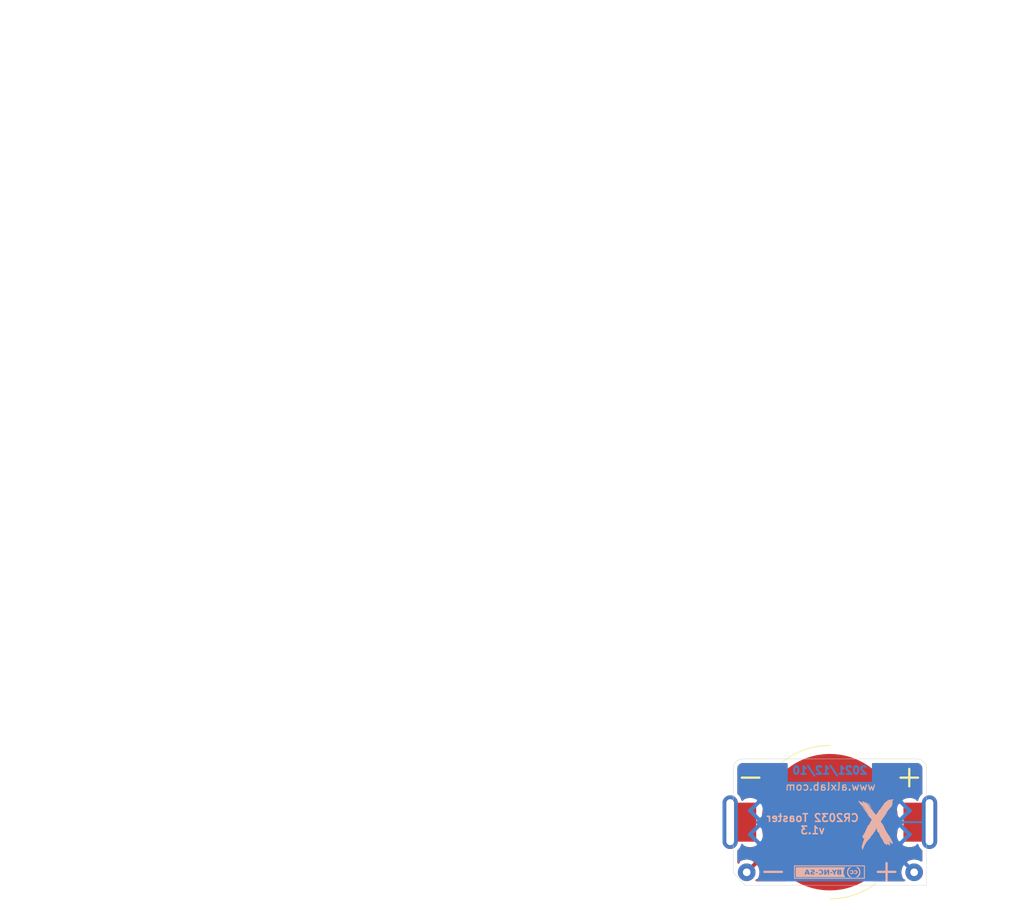
<source format=kicad_pcb>
(kicad_pcb (version 20171130) (host pcbnew 5.1.9+dfsg1-1+deb11u1)

  (general
    (thickness 1.6)
    (drawings 24)
    (tracks 7)
    (zones 0)
    (modules 8)
    (nets 3)
  )

  (page A4)
  (layers
    (0 F.Cu signal)
    (31 B.Cu signal)
    (32 B.Adhes user)
    (33 F.Adhes user)
    (34 B.Paste user)
    (35 F.Paste user)
    (36 B.SilkS user)
    (37 F.SilkS user)
    (38 B.Mask user)
    (39 F.Mask user)
    (40 Dwgs.User user)
    (41 Cmts.User user)
    (42 Eco1.User user)
    (43 Eco2.User user)
    (44 Edge.Cuts user)
    (45 Margin user)
    (46 B.CrtYd user)
    (47 F.CrtYd user)
    (48 B.Fab user)
    (49 F.Fab user)
  )

  (setup
    (last_trace_width 0.25)
    (user_trace_width 0.25)
    (user_trace_width 0.5)
    (user_trace_width 1)
    (user_trace_width 2)
    (user_trace_width 3)
    (user_trace_width 4)
    (user_trace_width 5)
    (trace_clearance 0.2)
    (zone_clearance 0.508)
    (zone_45_only no)
    (trace_min 0.2)
    (via_size 0.8)
    (via_drill 0.4)
    (via_min_size 0.4)
    (via_min_drill 0.3)
    (user_via 6.7 6.3)
    (uvia_size 0.3)
    (uvia_drill 0.1)
    (uvias_allowed no)
    (uvia_min_size 0.2)
    (uvia_min_drill 0.1)
    (edge_width 0.05)
    (segment_width 0.2)
    (pcb_text_width 0.3)
    (pcb_text_size 1.5 1.5)
    (mod_edge_width 0.12)
    (mod_text_size 1 1)
    (mod_text_width 0.15)
    (pad_size 2.3 2.3)
    (pad_drill 1)
    (pad_to_mask_clearance 0.05)
    (aux_axis_origin 0 0)
    (visible_elements 7FFFFFFF)
    (pcbplotparams
      (layerselection 0x010fc_ffffffff)
      (usegerberextensions true)
      (usegerberattributes false)
      (usegerberadvancedattributes false)
      (creategerberjobfile false)
      (excludeedgelayer true)
      (linewidth 0.100000)
      (plotframeref false)
      (viasonmask false)
      (mode 1)
      (useauxorigin false)
      (hpglpennumber 1)
      (hpglpenspeed 20)
      (hpglpendiameter 15.000000)
      (psnegative false)
      (psa4output false)
      (plotreference true)
      (plotvalue false)
      (plotinvisibletext false)
      (padsonsilk false)
      (subtractmaskfromsilk true)
      (outputformat 1)
      (mirror false)
      (drillshape 0)
      (scaleselection 1)
      (outputdirectory "../gerbers/"))
  )

  (net 0 "")
  (net 1 "Net-(BT1-PadP1)")
  (net 2 "Net-(BT1-PadN)")

  (net_class Default "This is the default net class."
    (clearance 0.2)
    (trace_width 0.25)
    (via_dia 0.8)
    (via_drill 0.4)
    (uvia_dia 0.3)
    (uvia_drill 0.1)
    (add_net "Net-(BT1-PadN)")
    (add_net "Net-(BT1-PadP1)")
  )

  (module snapeda:BAT_BAT-HLD-001-THM (layer F.Cu) (tedit 64287277) (tstamp 60D8BA52)
    (at 108 107)
    (path /60D38724)
    (attr smd)
    (fp_text reference BT1 (at -6.055 -10.389) (layer F.SilkS) hide
      (effects (font (size 1.4 1.4) (thickness 0.15)))
    )
    (fp_text value BAT-HLD-001-THM (at 6.391 10.389) (layer F.Fab)
      (effects (font (size 1.4 1.4) (thickness 0.15)))
    )
    (fp_arc (start -0.07051 14.756402) (end 0 6) (angle 39.0435) (layer F.Fab) (width 0.127))
    (fp_arc (start 0.07051 14.756402) (end -5.5 8) (angle 39.0435) (layer F.Fab) (width 0.127))
    (fp_line (start -10.9982 -7.4676) (end 10.9982 -7.4676) (layer F.Fab) (width 0.127))
    (fp_line (start 10.9982 -7.5) (end 10.9982 8) (layer F.Fab) (width 0.127))
    (fp_line (start 10.9982 8) (end 5.5 8) (layer F.Fab) (width 0.127))
    (fp_line (start -5.5 8) (end -10.9982 8) (layer F.Fab) (width 0.127))
    (fp_line (start -10.9982 8) (end -10.9982 -7.5) (layer F.Fab) (width 0.127))
    (fp_line (start -11.8 -9.15) (end 11.8 -9.15) (layer F.CrtYd) (width 0.05))
    (fp_line (start 11.8 -9.15) (end 11.8 9.15) (layer F.CrtYd) (width 0.05))
    (fp_line (start 11.8 9.15) (end -11.8 9.15) (layer F.CrtYd) (width 0.05))
    (fp_line (start -11.8 9.15) (end -11.8 -9.15) (layer F.CrtYd) (width 0.05))
    (pad N smd circle (at 0 0) (size 17.8 17.8) (layers F.Cu F.Mask)
      (net 2 "Net-(BT1-PadN)"))
    (pad P1 smd rect (at -11 -1.25) (size 2.79 2.59) (layers F.Cu F.Paste F.Mask)
      (net 1 "Net-(BT1-PadP1)"))
    (pad P2 smd rect (at -11 1.25) (size 2.79 2.59) (layers F.Cu F.Paste F.Mask)
      (net 1 "Net-(BT1-PadP1)"))
    (pad P3 smd rect (at 11 1.25) (size 2.79 2.59) (layers F.Cu F.Paste F.Mask)
      (net 1 "Net-(BT1-PadP1)"))
    (pad P4 smd rect (at 11 -1.25) (size 2.79 2.59) (layers F.Cu F.Paste F.Mask)
      (net 1 "Net-(BT1-PadP1)"))
  )

  (module "CR2032 Toaster:cc_by_nc_sa_small_9mm_front_silk_screen" (layer B.Cu) (tedit 0) (tstamp 60D3EA05)
    (at 107.95 113.5 180)
    (fp_text reference G*** (at 0 0) (layer B.SilkS) hide
      (effects (font (size 1.524 1.524) (thickness 0.3)) (justify mirror))
    )
    (fp_text value LOGO (at 0.75 0) (layer B.SilkS) hide
      (effects (font (size 1.524 1.524) (thickness 0.3)) (justify mirror))
    )
    (fp_poly (pts (xy 2.922071 0.095757) (xy 2.945606 0.045667) (xy 2.95873 0.011545) (xy 2.996095 -0.092364)
      (xy 2.819894 -0.092364) (xy 2.8553 0.011545) (xy 2.878947 0.072375) (xy 2.899116 0.109781)
      (xy 2.906035 0.115454) (xy 2.922071 0.095757)) (layer B.SilkS) (width 0.01))
    (fp_poly (pts (xy -1.283188 0.180946) (xy -1.275772 0.180348) (xy -1.216848 0.170172) (xy -1.192269 0.148116)
      (xy -1.189181 0.127) (xy -1.199119 0.094751) (xy -1.236659 0.078535) (xy -1.275772 0.073651)
      (xy -1.33247 0.071989) (xy -1.356864 0.085295) (xy -1.362341 0.121819) (xy -1.362363 0.127)
      (xy -1.358028 0.166265) (xy -1.336099 0.181498) (xy -1.283188 0.180946)) (layer B.SilkS) (width 0.01))
    (fp_poly (pts (xy -1.264426 -0.073718) (xy -1.197762 -0.08394) (xy -1.165469 -0.105604) (xy -1.158006 -0.125474)
      (xy -1.169047 -0.175514) (xy -1.21523 -0.213288) (xy -1.285697 -0.230588) (xy -1.297504 -0.230909)
      (xy -1.340908 -0.226035) (xy -1.358893 -0.202207) (xy -1.362363 -0.148763) (xy -1.362363 -0.066618)
      (xy -1.264426 -0.073718)) (layer B.SilkS) (width 0.01))
    (fp_poly (pts (xy -2.809395 0.221819) (xy -2.737623 0.198133) (xy -2.690391 0.165225) (xy -2.678545 0.138048)
      (xy -2.696565 0.112072) (xy -2.726648 0.091335) (xy -2.774036 0.078461) (xy -2.815057 0.102069)
      (xy -2.875497 0.135445) (xy -2.931001 0.123068) (xy -2.965872 0.087226) (xy -2.996426 0.014074)
      (xy -2.996862 -0.06251) (xy -2.96721 -0.123629) (xy -2.965532 -0.125351) (xy -2.908809 -0.156237)
      (xy -2.844577 -0.156844) (xy -2.794402 -0.127485) (xy -2.758457 -0.105711) (xy -2.722302 -0.116752)
      (xy -2.684924 -0.147041) (xy -2.688722 -0.17962) (xy -2.73504 -0.219409) (xy -2.753591 -0.231162)
      (xy -2.847841 -0.270048) (xy -2.943884 -0.268068) (xy -3.017318 -0.24343) (xy -3.085491 -0.200311)
      (xy -3.124445 -0.137703) (xy -3.139629 -0.045326) (xy -3.140363 -0.011287) (xy -3.133899 0.066541)
      (xy -3.108461 0.122734) (xy -3.072867 0.163412) (xy -3.019994 0.207089) (xy -2.963456 0.22678)
      (xy -2.893277 0.230909) (xy -2.809395 0.221819)) (layer B.SilkS) (width 0.01))
    (fp_poly (pts (xy -3.331718 0.222226) (xy -3.258037 0.199752) (xy -3.205363 0.168848) (xy -3.186545 0.136702)
      (xy -3.204527 0.111807) (xy -3.234648 0.091335) (xy -3.282036 0.078461) (xy -3.323057 0.102069)
      (xy -3.382789 0.132727) (xy -3.439718 0.123562) (xy -3.484616 0.080482) (xy -3.508251 0.009396)
      (xy -3.509818 -0.017487) (xy -3.492687 -0.092907) (xy -3.448689 -0.143024) (xy -3.388913 -0.161977)
      (xy -3.32445 -0.143907) (xy -3.302205 -0.127186) (xy -3.265644 -0.104939) (xy -3.22857 -0.118878)
      (xy -3.221813 -0.123683) (xy -3.19414 -0.160868) (xy -3.212233 -0.198782) (xy -3.276274 -0.237734)
      (xy -3.292531 -0.244811) (xy -3.375395 -0.271396) (xy -3.446838 -0.270179) (xy -3.528 -0.242302)
      (xy -3.601723 -0.187573) (xy -3.646669 -0.107478) (xy -3.661187 -0.01403) (xy -3.643625 0.080758)
      (xy -3.592331 0.164875) (xy -3.585051 0.172469) (xy -3.53504 0.210957) (xy -3.474525 0.228023)
      (xy -3.413493 0.230909) (xy -3.331718 0.222226)) (layer B.SilkS) (width 0.01))
    (fp_poly (pts (xy 4.387273 -0.669637) (xy 1.166091 -0.669637) (xy 0.784361 -0.669561) (xy 0.415511 -0.66934)
      (xy 0.062158 -0.668983) (xy -0.27308 -0.668497) (xy -0.587586 -0.667893) (xy -0.878742 -0.667178)
      (xy -1.143931 -0.666362) (xy -1.380535 -0.665453) (xy -1.585938 -0.664459) (xy -1.757521 -0.66339)
      (xy -1.892667 -0.662254) (xy -1.988759 -0.661061) (xy -2.04318 -0.659818) (xy -2.055091 -0.658893)
      (xy -2.043714 -0.635113) (xy -2.01433 -0.5849) (xy -1.98499 -0.537666) (xy -1.887549 -0.346125)
      (xy -1.836149 -0.151184) (xy -1.830789 0.047195) (xy -1.871472 0.249051) (xy -1.893063 0.300182)
      (xy -1.547091 0.300182) (xy -1.547091 -0.346364) (xy -1.361622 -0.346364) (xy -1.252491 -0.341864)
      (xy -1.157818 -0.329726) (xy -1.097935 -0.313682) (xy -1.019495 -0.262547) (xy -0.977318 -0.195277)
      (xy -0.97396 -0.121093) (xy -1.011974 -0.049214) (xy -1.021772 -0.038835) (xy -1.055702 -0.001192)
      (xy -1.057848 0.023949) (xy -1.033318 0.052479) (xy -0.997085 0.114647) (xy -1.005686 0.182563)
      (xy -1.049586 0.243504) (xy -1.07981 0.270071) (xy -1.113347 0.28675) (xy -1.118797 0.28778)
      (xy -0.969818 0.28778) (xy -0.957418 0.264549) (xy -0.924303 0.213118) (xy -0.876598 0.14287)
      (xy -0.854363 0.110977) (xy -0.797467 0.027284) (xy -0.763056 -0.03395) (xy -0.745569 -0.086955)
      (xy -0.739447 -0.145963) (xy -0.738909 -0.1845) (xy -0.736389 -0.258656) (xy -0.729888 -0.312767)
      (xy -0.723515 -0.33097) (xy -0.691826 -0.341536) (xy -0.635723 -0.346337) (xy -0.631151 -0.346364)
      (xy -0.554181 -0.346364) (xy -0.554181 -0.212978) (xy -0.552254 -0.147842) (xy -0.543046 -0.095448)
      (xy -0.537004 -0.080818) (xy -0.392545 -0.080818) (xy -0.389913 -0.11185) (xy -0.375062 -0.129134)
      (xy -0.337558 -0.136684) (xy -0.266968 -0.138512) (xy -0.242454 -0.138546) (xy -0.161772 -0.137533)
      (xy -0.116833 -0.131821) (xy -0.097203 -0.117397) (xy -0.09245 -0.090247) (xy -0.092363 -0.080818)
      (xy -0.094995 -0.049787) (xy -0.109846 -0.032502) (xy -0.14735 -0.024953) (xy -0.217941 -0.023124)
      (xy -0.242454 -0.023091) (xy -0.323137 -0.024103) (xy -0.368076 -0.029815) (xy -0.387705 -0.04424)
      (xy -0.392459 -0.07139) (xy -0.392545 -0.080818) (xy -0.537004 -0.080818) (xy -0.521422 -0.043091)
      (xy -0.482246 0.021934) (xy -0.425829 0.104522) (xy -0.297477 0.288636) (xy -0.385132 0.29613)
      (xy -0.443432 0.294706) (xy -0.491517 0.274197) (xy -0.539404 0.227368) (xy -0.597108 0.146983)
      (xy -0.602136 0.139361) (xy -0.638546 0.083961) (xy -0.712927 0.192071) (xy -0.759202 0.254536)
      (xy -0.796796 0.286897) (xy -0.840515 0.298818) (xy -0.878564 0.300182) (xy 0.046182 0.300182)
      (xy 0.046182 -0.346364) (xy 0.206146 -0.346364) (xy 0.219364 0.098992) (xy 0.342255 -0.123686)
      (xy 0.465147 -0.346364) (xy 0.669637 -0.346364) (xy 2.540674 -0.346364) (xy 2.633272 -0.346364)
      (xy 2.696751 -0.341355) (xy 2.730935 -0.320847) (xy 2.747819 -0.288637) (xy 2.764301 -0.256428)
      (xy 2.790893 -0.239085) (xy 2.840238 -0.232091) (xy 2.909455 -0.230909) (xy 2.988058 -0.23266)
      (xy 3.033167 -0.240925) (xy 3.057427 -0.260218) (xy 3.071091 -0.288637) (xy 3.096647 -0.3294)
      (xy 3.141788 -0.344994) (xy 3.174429 -0.346364) (xy 3.228077 -0.340838) (xy 3.25506 -0.327238)
      (xy 3.255819 -0.324221) (xy 3.247702 -0.295753) (xy 3.225423 -0.232868) (xy 3.192091 -0.143978)
      (xy 3.150815 -0.037499) (xy 3.136382 -0.000949) (xy 3.016946 0.300182) (xy 2.798847 0.300182)
      (xy 2.713176 0.086591) (xy 2.670573 -0.019774) (xy 2.629035 -0.123738) (xy 2.595147 -0.208809)
      (xy 2.584089 -0.236682) (xy 2.540674 -0.346364) (xy 0.669637 -0.346364) (xy 0.669637 -0.008429)
      (xy 0.804334 -0.008429) (xy 0.82347 -0.132072) (xy 0.878485 -0.232549) (xy 0.965789 -0.303434)
      (xy 0.970604 -0.305919) (xy 1.047389 -0.330957) (xy 1.143531 -0.344088) (xy 1.240372 -0.344476)
      (xy 1.319252 -0.331288) (xy 1.340791 -0.32246) (xy 1.377122 -0.280127) (xy 1.385455 -0.240086)
      (xy 1.37991 -0.199016) (xy 1.35467 -0.193788) (xy 1.3335 -0.20049) (xy 1.277409 -0.212322)
      (xy 1.202074 -0.218429) (xy 1.180812 -0.218675) (xy 1.087809 -0.202154) (xy 1.026913 -0.153138)
      (xy 1.000671 -0.080818) (xy 1.524 -0.080818) (xy 1.526934 -0.112812) (xy 1.542964 -0.130085)
      (xy 1.582934 -0.137156) (xy 1.65769 -0.138544) (xy 1.662546 -0.138546) (xy 1.739329 -0.137323)
      (xy 1.780785 -0.130644) (xy 1.797756 -0.11399) (xy 1.801088 -0.082842) (xy 1.801091 -0.080818)
      (xy 1.798158 -0.048825) (xy 1.782128 -0.031552) (xy 1.742157 -0.024481) (xy 1.667402 -0.023092)
      (xy 1.662546 -0.023091) (xy 1.585762 -0.024313) (xy 1.544307 -0.030992) (xy 1.527335 -0.047647)
      (xy 1.524003 -0.078795) (xy 1.524 -0.080818) (xy 1.000671 -0.080818) (xy 0.996818 -0.070202)
      (xy 0.992909 -0.013342) (xy 1.007941 0.084395) (xy 1.022742 0.104863) (xy 1.931329 0.104863)
      (xy 1.953721 0.025077) (xy 1.989347 -0.016437) (xy 2.028381 -0.036404) (xy 2.095221 -0.059918)
      (xy 2.147575 -0.074647) (xy 2.231885 -0.102081) (xy 2.274931 -0.132177) (xy 2.282459 -0.148756)
      (xy 2.273547 -0.195953) (xy 2.229382 -0.222715) (xy 2.156747 -0.22774) (xy 2.062421 -0.209724)
      (xy 2.026228 -0.19798) (xy 1.939637 -0.167078) (xy 1.939637 -0.24357) (xy 1.943004 -0.285985)
      (xy 1.958584 -0.313673) (xy 1.994598 -0.330078) (xy 2.059262 -0.338643) (xy 2.160798 -0.342813)
      (xy 2.177465 -0.343219) (xy 2.273444 -0.338566) (xy 2.353156 -0.322161) (xy 2.376712 -0.312581)
      (xy 2.435472 -0.27003) (xy 2.464125 -0.211565) (xy 2.470728 -0.136657) (xy 2.453644 -0.063723)
      (xy 2.400428 -0.006134) (xy 2.308128 0.038101) (xy 2.173796 0.070969) (xy 2.159 0.073529)
      (xy 2.117736 0.101459) (xy 2.105014 0.136257) (xy 2.10288 0.16465) (xy 2.11294 0.180183)
      (xy 2.144683 0.185487) (xy 2.207597 0.183196) (xy 2.260878 0.179513) (xy 2.424546 0.167802)
      (xy 2.424546 0.232331) (xy 2.421297 0.269389) (xy 2.404131 0.290802) (xy 2.361917 0.303514)
      (xy 2.295204 0.313019) (xy 2.154614 0.31766) (xy 2.047365 0.29263) (xy 1.974565 0.238304)
      (xy 1.949544 0.195914) (xy 1.931329 0.104863) (xy 1.022742 0.104863) (xy 1.054186 0.148345)
      (xy 1.133372 0.180232) (xy 1.1916 0.184727) (xy 1.266097 0.179544) (xy 1.327012 0.166559)
      (xy 1.340791 0.160824) (xy 1.372141 0.149649) (xy 1.383962 0.169338) (xy 1.385455 0.205215)
      (xy 1.378378 0.253475) (xy 1.34853 0.282506) (xy 1.301899 0.301085) (xy 1.176437 0.322716)
      (xy 1.057757 0.307444) (xy 0.953559 0.260059) (xy 0.871542 0.185351) (xy 0.819405 0.088109)
      (xy 0.804334 -0.008429) (xy 0.669637 -0.008429) (xy 0.669637 0.300182) (xy 0.484909 0.300182)
      (xy 0.484346 0.098136) (xy 0.483782 -0.103909) (xy 0.367028 0.098136) (xy 0.250274 0.300182)
      (xy 0.046182 0.300182) (xy -0.878564 0.300182) (xy -0.936017 0.297397) (xy -0.967673 0.290451)
      (xy -0.969818 0.28778) (xy -1.118797 0.28778) (xy -1.161305 0.295812) (xy -1.234789 0.299528)
      (xy -1.326677 0.300182) (xy -1.547091 0.300182) (xy -1.893063 0.300182) (xy -1.958197 0.454422)
      (xy -2.007936 0.541063) (xy -2.058857 0.623454) (xy 4.387273 0.623454) (xy 4.387273 -0.669637)) (layer B.SilkS) (width 0.01))
    (fp_poly (pts (xy -2.637616 0.621804) (xy -2.584692 0.614087) (xy -2.546016 0.592938) (xy -2.505622 0.551913)
      (xy -2.484182 0.527063) (xy -2.392358 0.403516) (xy -2.333283 0.279826) (xy -2.300828 0.140048)
      (xy -2.290636 0.023422) (xy -2.296144 -0.1573) (xy -2.333292 -0.312057) (xy -2.40572 -0.451607)
      (xy -2.485653 -0.553065) (xy -2.590461 -0.669637) (xy -2.895405 -0.669637) (xy -2.792748 -0.604242)
      (xy -2.682391 -0.519452) (xy -2.582404 -0.416341) (xy -2.505825 -0.309295) (xy -2.481019 -0.260287)
      (xy -2.450456 -0.143995) (xy -2.442961 -0.007019) (xy -2.458118 0.131557) (xy -2.492004 0.244736)
      (xy -2.555573 0.353669) (xy -2.646315 0.460943) (xy -2.748811 0.549814) (xy -2.805545 0.585275)
      (xy -2.874818 0.621605) (xy -2.720754 0.62253) (xy -2.637616 0.621804)) (layer B.SilkS) (width 0.01))
    (fp_poly (pts (xy -3.557706 0.558063) (xy -3.699855 0.443869) (xy -3.802092 0.307781) (xy -3.863228 0.151883)
      (xy -3.882159 -0.010503) (xy -3.860075 -0.181607) (xy -3.796161 -0.338347) (xy -3.693922 -0.475158)
      (xy -3.556864 -0.586475) (xy -3.498272 -0.619961) (xy -3.405909 -0.667595) (xy -3.565731 -0.668616)
      (xy -3.650758 -0.668004) (xy -3.705921 -0.660599) (xy -3.747535 -0.64007) (xy -3.791914 -0.600084)
      (xy -3.821737 -0.569253) (xy -3.913703 -0.461301) (xy -3.975343 -0.355647) (xy -4.011588 -0.239038)
      (xy -4.027364 -0.09822) (xy -4.029115 -0.011546) (xy -4.027648 0.099921) (xy -4.021908 0.178965)
      (xy -4.009457 0.239311) (xy -3.987858 0.294681) (xy -3.96759 0.334818) (xy -3.915574 0.420211)
      (xy -3.853825 0.50459) (xy -3.826179 0.536863) (xy -3.779012 0.584483) (xy -3.738362 0.610413)
      (xy -3.687116 0.621215) (xy -3.608162 0.623449) (xy -3.600319 0.623454) (xy -3.454595 0.623454)
      (xy -3.557706 0.558063)) (layer B.SilkS) (width 0.01))
    (fp_poly (pts (xy 4.618182 -0.877455) (xy -4.618181 -0.877455) (xy -4.618181 0.738909) (xy -4.502727 0.738909)
      (xy -4.502727 -0.762) (xy 4.502728 -0.762) (xy 4.502728 0.738909) (xy -4.502727 0.738909)
      (xy -4.618181 0.738909) (xy -4.618181 0.854363) (xy 4.618182 0.854363) (xy 4.618182 -0.877455)) (layer B.SilkS) (width 0.01))
  )

  (module MountingHole:MountingHole_2.2mm_M2_DIN965_Pad (layer F.Cu) (tedit 61469137) (tstamp 61468F39)
    (at 97.155 113.538)
    (descr "Mounting Hole 2.2mm, M2, DIN965")
    (tags "mounting hole 2.2mm m2 din965")
    (attr virtual)
    (fp_text reference REF** (at 0 -2.9) (layer F.SilkS) hide
      (effects (font (size 1 1) (thickness 0.15)))
    )
    (fp_text value MountingHole_2.2mm_M2_DIN965_Pad (at 0 2.9) (layer F.Fab)
      (effects (font (size 1 1) (thickness 0.15)))
    )
    (fp_circle (center 0 0) (end 1.9 0) (layer Cmts.User) (width 0.15))
    (fp_circle (center 0 0) (end 2.15 0) (layer F.CrtYd) (width 0.05))
    (fp_text user %R (at 0.3 0) (layer F.Fab) hide
      (effects (font (size 1 1) (thickness 0.15)))
    )
    (pad 1 thru_hole circle (at 0 0) (size 2.3 2.3) (drill 1) (layers *.Cu *.Mask)
      (net 2 "Net-(BT1-PadN)"))
  )

  (module MountingHole:MountingHole_2.2mm_M2_DIN965_Pad (layer F.Cu) (tedit 61469176) (tstamp 61468E64)
    (at 118.999 113.538)
    (descr "Mounting Hole 2.2mm, M2, DIN965")
    (tags "mounting hole 2.2mm m2 din965")
    (attr virtual)
    (fp_text reference REF** (at 0 -2.9) (layer F.SilkS) hide
      (effects (font (size 1 1) (thickness 0.15)))
    )
    (fp_text value MountingHole_2.2mm_M2_DIN965_Pad (at 0 2.9) (layer F.Fab)
      (effects (font (size 1 1) (thickness 0.15)))
    )
    (fp_circle (center 0 0) (end 1.9 0) (layer Cmts.User) (width 0.15))
    (fp_circle (center 0 0) (end 2.15 0) (layer F.CrtYd) (width 0.05))
    (fp_text user %R (at 0.3 0) (layer F.Fab) hide
      (effects (font (size 1 1) (thickness 0.15)))
    )
    (pad 1 thru_hole circle (at 0 0) (size 2.3 2.3) (drill 1) (layers *.Cu *.Mask)
      (net 1 "Net-(BT1-PadP1)"))
  )

  (module "CR2032 Toaster:6mm PTS" (layer F.Cu) (tedit 60D8B55E) (tstamp 60D3E8BF)
    (at 95 107)
    (path /60D3B402)
    (fp_text reference J2 (at 0 0.5) (layer F.SilkS) hide
      (effects (font (size 1 1) (thickness 0.15)))
    )
    (fp_text value Conn_01x01 (at 0 -0.5) (layer F.Fab)
      (effects (font (size 1 1) (thickness 0.15)))
    )
    (pad 1 thru_hole oval (at 0 0) (size 2 7) (drill oval 1 6) (layers *.Cu *.Mask)
      (net 2 "Net-(BT1-PadN)"))
  )

  (module "CR2032 Toaster:6mm PTS" (layer F.Cu) (tedit 60D8B581) (tstamp 60D3F839)
    (at 121 107)
    (path /60D3CFE2)
    (fp_text reference J1 (at 0 0.5) (layer F.SilkS) hide
      (effects (font (size 1 1) (thickness 0.15)))
    )
    (fp_text value Conn_01x01 (at 0 -0.5) (layer F.Fab)
      (effects (font (size 1 1) (thickness 0.15)))
    )
    (pad 1 thru_hole oval (at 0 0) (size 2 7) (drill oval 1 6) (layers *.Cu *.Mask)
      (net 1 "Net-(BT1-PadP1)"))
  )

  (module logos:logo_7 (layer F.Cu) (tedit 60C2BBD9) (tstamp 60C47F20)
    (at 114 106.25)
    (fp_text reference G*** (at 1 0 -180) (layer B.SilkS) hide
      (effects (font (size 1.524 1.524) (thickness 0.3)) (justify mirror))
    )
    (fp_text value LOGO (at 0.75 1) (layer B.SilkS) hide
      (effects (font (size 1.524 1.524) (thickness 0.3)) (justify mirror))
    )
    (fp_poly (pts (xy 2.271817 -2.255016) (xy 2.241589 -2.245307) (xy 2.228288 -2.239731) (xy 2.186547 -2.225679)
      (xy 2.13399 -2.213973) (xy 2.101729 -2.20936) (xy 2.048452 -2.201361) (xy 1.995483 -2.189553)
      (xy 1.969957 -2.181864) (xy 1.920325 -2.170453) (xy 1.852659 -2.163755) (xy 1.798139 -2.1623)
      (xy 1.746274 -2.16141) (xy 1.702582 -2.157411) (xy 1.663359 -2.148314) (xy 1.624902 -2.132127)
      (xy 1.583507 -2.10686) (xy 1.53547 -2.070522) (xy 1.477088 -2.021124) (xy 1.404657 -1.956674)
      (xy 1.388573 -1.942177) (xy 1.349843 -1.909505) (xy 1.316791 -1.885761) (xy 1.294675 -1.874561)
      (xy 1.290055 -1.874408) (xy 1.272959 -1.869543) (xy 1.244843 -1.85058) (xy 1.216192 -1.82568)
      (xy 1.191928 -1.801831) (xy 1.168427 -1.7771) (xy 1.144112 -1.749345) (xy 1.117407 -1.716429)
      (xy 1.086734 -1.676212) (xy 1.050517 -1.626556) (xy 1.007178 -1.56532) (xy 0.955142 -1.490366)
      (xy 0.89283 -1.399556) (xy 0.818666 -1.290749) (xy 0.780908 -1.2352) (xy 0.719778 -1.145557)
      (xy 0.670398 -1.074136) (xy 0.630506 -1.017975) (xy 0.59784 -0.974113) (xy 0.570135 -0.939588)
      (xy 0.545129 -0.911438) (xy 0.52056 -0.886701) (xy 0.500314 -0.867935) (xy 0.462649 -0.828713)
      (xy 0.421217 -0.777548) (xy 0.384362 -0.724823) (xy 0.381 -0.719463) (xy 0.349078 -0.668897)
      (xy 0.308854 -0.606653) (xy 0.266367 -0.542018) (xy 0.239996 -0.502528) (xy 0.203728 -0.447719)
      (xy 0.170091 -0.395232) (xy 0.143248 -0.351661) (xy 0.129199 -0.32715) (xy 0.097103 -0.275293)
      (xy 0.062318 -0.233139) (xy 0.030139 -0.206845) (xy 0.022769 -0.203335) (xy 0.004718 -0.205367)
      (xy -0.013105 -0.22835) (xy -0.019328 -0.240631) (xy -0.037262 -0.269462) (xy -0.067913 -0.309964)
      (xy -0.106216 -0.355666) (xy -0.12995 -0.382013) (xy -0.220138 -0.482352) (xy -0.293519 -0.571074)
      (xy -0.353308 -0.652194) (xy -0.356306 -0.656765) (xy -1.198324 -0.656765) (xy -1.199256 -0.651)
      (xy -1.209456 -0.660736) (xy -1.2192 -0.6764) (xy -1.221843 -0.68275) (xy -1.2573 -0.68275)
      (xy -1.26365 -0.6764) (xy -1.27 -0.68275) (xy -1.26365 -0.6891) (xy -1.2573 -0.68275)
      (xy -1.221843 -0.68275) (xy -1.227375 -0.696036) (xy -1.226443 -0.7018) (xy -1.216243 -0.692065)
      (xy -1.2065 -0.6764) (xy -1.198324 -0.656765) (xy -0.356306 -0.656765) (xy -0.385221 -0.700848)
      (xy -0.403588 -0.729136) (xy -1.24498 -0.729136) (xy -1.247162 -0.731953) (xy -1.264821 -0.755669)
      (xy -1.277388 -0.77165) (xy -1.3081 -0.77165) (xy -1.31445 -0.7653) (xy -1.3208 -0.77165)
      (xy -1.31445 -0.778) (xy -1.3081 -0.77165) (xy -1.277388 -0.77165) (xy -1.291062 -0.789038)
      (xy -1.297549 -0.79705) (xy -1.3208 -0.79705) (xy -1.32715 -0.7907) (xy -1.3335 -0.79705)
      (xy -1.32715 -0.8034) (xy -1.3208 -0.79705) (xy -1.297549 -0.79705) (xy -1.30547 -0.806833)
      (xy -1.327596 -0.83515) (xy -1.3462 -0.83515) (xy -1.35255 -0.8288) (xy -1.3589 -0.83515)
      (xy -1.35255 -0.8415) (xy -1.3462 -0.83515) (xy -1.327596 -0.83515) (xy -1.332323 -0.841199)
      (xy -1.353555 -0.871121) (xy -1.354855 -0.87325) (xy -1.3716 -0.87325) (xy -1.37795 -0.8669)
      (xy -1.3843 -0.87325) (xy -1.37795 -0.8796) (xy -1.3716 -0.87325) (xy -1.354855 -0.87325)
      (xy -1.360083 -0.881811) (xy -1.375689 -0.897344) (xy -1.386899 -0.897044) (xy -1.394914 -0.896188)
      (xy -1.393821 -0.89865) (xy -1.4097 -0.89865) (xy -1.41605 -0.8923) (xy -1.4224 -0.89865)
      (xy -1.41605 -0.905) (xy -1.4097 -0.89865) (xy -1.393821 -0.89865) (xy -1.391897 -0.902982)
      (xy -1.393886 -0.920833) (xy -1.40547 -0.93675) (xy -1.4097 -0.93675) (xy -1.41605 -0.9304)
      (xy -1.4224 -0.93675) (xy -1.4351 -0.93675) (xy -1.44145 -0.9304) (xy -1.4478 -0.93675)
      (xy -1.44145 -0.9431) (xy -1.4351 -0.93675) (xy -1.4224 -0.93675) (xy -1.41605 -0.9431)
      (xy -1.4097 -0.93675) (xy -1.40547 -0.93675) (xy -1.41108 -0.944458) (xy -1.412882 -0.946219)
      (xy -1.437445 -0.973109) (xy -1.43884 -0.97485) (xy -1.4605 -0.97485) (xy -1.46685 -0.9685)
      (xy -1.4732 -0.97485) (xy -1.46685 -0.9812) (xy -1.4605 -0.97485) (xy -1.43884 -0.97485)
      (xy -1.467614 -1.010741) (xy -1.485311 -1.034773) (xy -1.510491 -1.06596) (xy -1.531593 -1.084362)
      (xy -1.541738 -1.086712) (xy -1.549418 -1.084943) (xy -1.546976 -1.088479) (xy -1.548868 -1.103119)
      (xy -1.564785 -1.126694) (xy -1.569201 -1.131661) (xy -1.589805 -1.156528) (xy -1.599972 -1.173992)
      (xy -1.6002 -1.175495) (xy -1.6082 -1.180147) (xy -1.613214 -1.177856) (xy -1.624061 -1.176799)
      (xy -1.62441 -1.180282) (xy -1.624026 -1.206142) (xy -1.631607 -1.218171) (xy -1.636888 -1.217023)
      (xy -1.648255 -1.223561) (xy -1.668133 -1.246562) (xy -1.692662 -1.280304) (xy -1.71798 -1.319066)
      (xy -1.740226 -1.357127) (xy -1.75554 -1.388767) (xy -1.758561 -1.39731) (xy -1.768146 -1.417349)
      (xy -1.775739 -1.420754) (xy -1.782921 -1.427169) (xy -1.786123 -1.44504) (xy -1.784609 -1.453485)
      (xy -1.777648 -1.453059) (xy -1.763834 -1.442199) (xy -1.741762 -1.419343) (xy -1.710024 -1.382931)
      (xy -1.667215 -1.331398) (xy -1.611929 -1.263185) (xy -1.54276 -1.176727) (xy -1.528642 -1.159)
      (xy -1.466034 -1.079727) (xy -1.416646 -1.015432) (xy -1.377374 -0.961638) (xy -1.345111 -0.913864)
      (xy -1.316754 -0.867632) (xy -1.289197 -0.818461) (xy -1.277747 -0.79705) (xy -1.258194 -0.759318)
      (xy -1.246713 -0.735492) (xy -1.24498 -0.729136) (xy -0.403588 -0.729136) (xy -0.417882 -0.75115)
      (xy -0.453397 -0.80282) (xy -0.478917 -0.837782) (xy -0.508752 -0.880557) (xy -0.535236 -0.924673)
      (xy -0.545853 -0.94571) (xy -0.561117 -0.975346) (xy -0.572535 -0.98405) (xy -0.582117 -0.977359)
      (xy -0.589216 -0.95747) (xy -0.578038 -0.935709) (xy -0.561622 -0.909555) (xy -0.564445 -0.89738)
      (xy -0.5842 -0.895792) (xy -0.604876 -0.902416) (xy -0.609599 -0.909741) (xy -0.616841 -0.925321)
      (xy -0.636123 -0.955811) (xy -0.663783 -0.996161) (xy -0.696159 -1.041317) (xy -0.729588 -1.086226)
      (xy -0.760406 -1.125837) (xy -0.784953 -1.155096) (xy -0.794893 -1.16535) (xy -0.817944 -1.192684)
      (xy -0.842273 -1.230663) (xy -0.84959 -1.244372) (xy -0.875836 -1.289069) (xy -0.907228 -1.332666)
      (xy -0.914519 -1.341347) (xy -0.944081 -1.381263) (xy -0.968988 -1.42508) (xy -0.972856 -1.433775)
      (xy -0.990706 -1.470861) (xy -1.009264 -1.500629) (xy -1.012883 -1.505075) (xy -1.023821 -1.52193)
      (xy -1.021143 -1.527495) (xy -1.018391 -1.53287) (xy -1.023188 -1.53702) (xy -1.037396 -1.552103)
      (xy -1.059792 -1.581179) (xy -1.077773 -1.606675) (xy -1.080221 -1.60985) (xy -1.8669 -1.60985)
      (xy -1.87325 -1.6035) (xy -1.8796 -1.60985) (xy -1.87325 -1.6162) (xy -1.8669 -1.60985)
      (xy -1.080221 -1.60985) (xy -1.099811 -1.63525) (xy -1.8796 -1.63525) (xy -1.88595 -1.6289)
      (xy -1.8923 -1.63525) (xy -1.88595 -1.6416) (xy -1.8796 -1.63525) (xy -1.099811 -1.63525)
      (xy -1.103121 -1.639541) (xy -1.125741 -1.661451) (xy -1.13719 -1.667) (xy -1.153947 -1.675612)
      (xy -1.182711 -1.698571) (xy -1.218256 -1.73156) (xy -1.23183 -1.745187) (xy -1.272413 -1.789182)
      (xy -1.296528 -1.82216) (xy -1.307442 -1.849096) (xy -1.308992 -1.862662) (xy -1.312828 -1.899714)
      (xy -1.319673 -1.926996) (xy -1.327154 -1.942144) (xy -1.332187 -1.935512) (xy -1.335984 -1.917914)
      (xy -1.337868 -1.891819) (xy -1.333474 -1.880169) (xy -1.325629 -1.866539) (xy -1.317361 -1.837167)
      (xy -1.315459 -1.827672) (xy -1.306478 -1.778794) (xy -1.361264 -1.787711) (xy -1.441213 -1.809555)
      (xy -1.508939 -1.849241) (xy -1.543127 -1.879129) (xy -1.585915 -1.91275) (xy -1.637012 -1.935861)
      (xy -1.703637 -1.9514) (xy -1.730375 -1.955383) (xy -1.764933 -1.956015) (xy -1.777475 -1.946578)
      (xy -1.767001 -1.928269) (xy -1.759089 -1.921117) (xy -1.746904 -1.902606) (xy -1.748016 -1.892742)
      (xy -1.746143 -1.876193) (xy -1.73912 -1.869718) (xy -1.724877 -1.850193) (xy -1.717899 -1.825877)
      (xy -1.710064 -1.796434) (xy -1.694397 -1.754707) (xy -1.679127 -1.720165) (xy -1.656288 -1.671713)
      (xy -1.644367 -1.644389) (xy -1.643345 -1.636393) (xy -1.653204 -1.645927) (xy -1.673923 -1.671194)
      (xy -1.67867 -1.677107) (xy -1.734811 -1.739269) (xy -1.796272 -1.794171) (xy -1.85836 -1.838537)
      (xy -1.916379 -1.869087) (xy -1.965637 -1.882546) (xy -1.973405 -1.8829) (xy -2.001288 -1.891618)
      (xy -2.039922 -1.915271) (xy -2.070685 -1.939374) (xy -2.139899 -1.992228) (xy -2.197753 -2.022998)
      (xy -2.24397 -2.031551) (xy -2.255389 -2.029799) (xy -2.274835 -2.023238) (xy -2.279619 -2.011889)
      (xy -2.271681 -1.987602) (xy -2.267719 -1.978033) (xy -2.241014 -1.925395) (xy -2.19965 -1.860934)
      (xy -2.142575 -1.783199) (xy -2.068739 -1.690741) (xy -2.000383 -1.609284) (xy -1.963111 -1.564928)
      (xy -1.929355 -1.52357) (xy -1.904617 -1.491994) (xy -1.89865 -1.483863) (xy -1.871678 -1.447048)
      (xy -1.846669 -1.414579) (xy -1.830001 -1.391474) (xy -1.803346 -1.352019) (xy -1.770154 -1.301419)
      (xy -1.733875 -1.244879) (xy -1.727744 -1.2352) (xy -1.691197 -1.178829) (xy -1.645965 -1.111325)
      (xy -1.594054 -1.035484) (xy -1.537472 -0.954101) (xy -1.478229 -0.86997) (xy -1.418331 -0.785887)
      (xy -1.359788 -0.704648) (xy -1.304606 -0.629046) (xy -1.254794 -0.561877) (xy -1.21236 -0.505937)
      (xy -1.179313 -0.46402) (xy -1.157659 -0.438922) (xy -1.151919 -0.433681) (xy -1.140692 -0.416983)
      (xy -1.140393 -0.414631) (xy -1.135582 -0.392902) (xy -1.12137 -0.360043) (xy -1.096074 -0.312587)
      (xy -1.064081 -0.2573) (xy -1.030849 -0.199183) (xy -0.996194 -0.135536) (xy -0.967205 -0.079401)
      (xy -0.965311 -0.075561) (xy -0.933464 -0.018114) (xy -0.903736 0.021363) (xy -0.878111 0.040663)
      (xy -0.86153 0.03987) (xy -0.851332 0.041342) (xy -0.8509 0.044125) (xy -0.842625 0.057081)
      (xy -0.82013 0.084201) (xy -0.786904 0.121446) (xy -0.748749 0.16235) (xy -0.682812 0.231648)
      (xy -0.632451 0.28496) (xy -0.595874 0.324833) (xy -0.571289 0.353814) (xy -0.556904 0.374451)
      (xy -0.550927 0.389292) (xy -0.551567 0.400885) (xy -0.557032 0.411777) (xy -0.56497 0.423657)
      (xy -0.579174 0.453529) (xy -0.575877 0.480556) (xy -0.572822 0.487819) (xy -0.562999 0.510157)
      (xy -0.56136 0.525331) (xy -0.570398 0.541728) (xy -0.592605 0.567734) (xy -0.598606 0.574552)
      (xy -0.619117 0.602597) (xy -0.647481 0.647734) (xy -0.680306 0.704278) (xy -0.714206 0.766542)
      (xy -0.722431 0.782296) (xy -0.755509 0.846088) (xy -0.787161 0.906865) (xy -0.814228 0.95858)
      (xy -0.833551 0.995184) (xy -0.836619 1.000926) (xy -0.869328 1.056926) (xy -0.903408 1.106948)
      (xy -0.935392 1.146596) (xy -0.96181 1.171475) (xy -0.976155 1.1778) (xy -1.013717 1.189435)
      (xy -1.044424 1.220091) (xy -1.06175 1.262814) (xy -1.069945 1.287897) (xy -1.08786 1.331436)
      (xy -1.11363 1.389277) (xy -1.145392 1.45727) (xy -1.181283 1.531263) (xy -1.191262 1.551374)
      (xy -1.238709 1.648423) (xy -1.274264 1.725626) (xy -1.298812 1.785087) (xy -1.313235 1.828915)
      (xy -1.318048 1.853842) (xy -1.325083 1.892653) (xy -1.336017 1.921445) (xy -1.341443 1.928422)
      (xy -1.356605 1.948591) (xy -1.3589 1.957903) (xy -1.365828 1.976409) (xy -1.383412 2.006357)
      (xy -1.394787 2.023023) (xy -1.422191 2.067733) (xy -1.446979 2.118427) (xy -1.452842 2.133094)
      (xy -1.47779 2.186966) (xy -1.514653 2.250124) (xy -1.557737 2.313548) (xy -1.60099 2.367812)
      (xy -1.651408 2.428527) (xy -1.685456 2.480467) (xy -1.706607 2.53071) (xy -1.718336 2.586335)
      (xy -1.721279 2.6129) (xy -1.7261 2.65994) (xy -1.730954 2.696711) (xy -1.734897 2.716219)
      (xy -1.73536 2.717239) (xy -1.734305 2.736687) (xy -1.720286 2.76686) (xy -1.698089 2.800312)
      (xy -1.672501 2.8296) (xy -1.653424 2.844675) (xy -1.616423 2.862937) (xy -1.595448 2.864052)
      (xy -1.587706 2.84793) (xy -1.5875 2.842558) (xy -1.582467 2.820326) (xy -1.576346 2.813983)
      (xy -1.563115 2.801771) (xy -1.54212 2.775536) (xy -1.530279 2.75895) (xy -1.509793 2.729793)
      (xy -1.500787 2.720391) (xy -1.500563 2.729426) (xy -1.504239 2.74625) (xy -1.510846 2.779241)
      (xy -1.518965 2.826089) (xy -1.52536 2.8669) (xy -1.539742 2.960897) (xy -1.551855 3.033037)
      (xy -1.562362 3.086693) (xy -1.571924 3.125238) (xy -1.581205 3.152044) (xy -1.581463 3.15265)
      (xy -1.59585 3.191379) (xy -1.605219 3.224157) (xy -1.620294 3.252633) (xy -1.638668 3.264376)
      (xy -1.657174 3.275148) (xy -1.657897 3.298041) (xy -1.656828 3.302608) (xy -1.655612 3.329496)
      (xy -1.66267 3.342514) (xy -1.674123 3.360972) (xy -1.6764 3.37628) (xy -1.682132 3.405032)
      (xy -1.695969 3.439397) (xy -1.696418 3.440272) (xy -1.708016 3.464171) (xy -1.716722 3.487604)
      (xy -1.724329 3.517316) (xy -1.73263 3.560056) (xy -1.740848 3.607404) (xy -1.751308 3.657779)
      (xy -1.764346 3.705967) (xy -1.771944 3.728054) (xy -1.794005 3.791339) (xy -1.812606 3.858982)
      (xy -1.826994 3.926144) (xy -1.836412 3.987987) (xy -1.840105 4.039669) (xy -1.837319 4.076352)
      (xy -1.8288 4.09245) (xy -1.820142 4.109372) (xy -1.816133 4.14002) (xy -1.8161 4.143155)
      (xy -1.813233 4.172983) (xy -1.800436 4.18612) (xy -1.781175 4.190031) (xy -1.74625 4.19405)
      (xy -1.750564 4.286125) (xy -1.751869 4.330773) (xy -1.751325 4.363491) (xy -1.749062 4.377983)
      (xy -1.748644 4.3782) (xy -1.73895 4.368341) (xy -1.722208 4.343664) (xy -1.715754 4.333024)
      (xy -1.698789 4.300977) (xy -1.689359 4.276795) (xy -1.688703 4.272699) (xy -1.682206 4.25347)
      (xy -1.666238 4.222362) (xy -1.657018 4.20675) (xy -1.637985 4.170299) (xy -1.626853 4.138256)
      (xy -1.625665 4.129087) (xy -1.617985 4.099528) (xy -1.602039 4.071937) (xy -1.584132 4.039022)
      (xy -1.570743 3.997503) (xy -1.569411 3.99085) (xy -1.559288 3.953944) (xy -1.540843 3.903315)
      (xy -1.517076 3.845733) (xy -1.490989 3.78797) (xy -1.465583 3.736798) (xy -1.44386 3.698987)
      (xy -1.434312 3.68605) (xy -1.413495 3.658001) (xy -1.384548 3.612601) (xy -1.382923 3.60985)
      (xy -1.397 3.60985) (xy -1.40335 3.6162) (xy -1.4097 3.60985) (xy -1.40335 3.6035)
      (xy -1.397 3.60985) (xy -1.382923 3.60985) (xy -1.350647 3.555242) (xy -1.314967 3.491317)
      (xy -1.280684 3.426219) (xy -1.276952 3.418855) (xy -1.256558 3.38196) (xy -1.23083 3.342696)
      (xy -1.197348 3.298019) (xy -1.153695 3.244883) (xy -1.09745 3.180243) (xy -1.038339 3.11455)
      (xy -1.1557 3.11455) (xy -1.16205 3.1209) (xy -1.1684 3.11455) (xy -1.16205 3.1082)
      (xy -1.1557 3.11455) (xy -1.038339 3.11455) (xy -1.026196 3.101055) (xy -1.012897 3.086454)
      (xy -0.989589 3.059536) (xy -1.308486 3.059536) (xy -1.312777 3.089699) (xy -1.317249 3.103986)
      (xy -1.324911 3.119815) (xy -1.32937 3.112123) (xy -1.330804 3.105424) (xy -1.328389 3.076458)
      (xy -1.32204 3.060974) (xy -1.311812 3.045935) (xy -1.308704 3.053016) (xy -1.308486 3.059536)
      (xy -0.989589 3.059536) (xy -0.975361 3.043106) (xy -0.947002 3.0066) (xy -1.1176 3.0066)
      (xy -1.122246 3.017053) (xy -1.126066 3.015066) (xy -1.127586 2.999994) (xy -1.126066 2.998133)
      (xy -1.118516 2.999876) (xy -1.1176 3.0066) (xy -0.947002 3.0066) (xy -0.944447 3.003312)
      (xy -0.924415 2.972769) (xy -0.919445 2.961473) (xy -0.913424 2.94674) (xy -1.094247 2.94674)
      (xy -1.097337 2.953837) (xy -1.110124 2.967471) (xy -1.117476 2.964674) (xy -1.1176 2.962899)
      (xy -1.108579 2.952157) (xy -1.102937 2.948237) (xy -1.094247 2.94674) (xy -0.913424 2.94674)
      (xy -0.908811 2.935454) (xy -0.893933 2.933353) (xy -0.879946 2.944533) (xy -0.859942 2.952342)
      (xy -0.838931 2.935894) (xy -0.819021 2.900956) (xy -0.801378 2.87101) (xy -0.793985 2.86055)
      (xy -1.0668 2.86055) (xy -1.07315 2.8669) (xy -1.0795 2.86055) (xy -1.07315 2.8542)
      (xy -1.0668 2.86055) (xy -0.793985 2.86055) (xy -0.77284 2.830638) (xy -0.73944 2.788351)
      (xy -0.737924 2.786545) (xy -0.717611 2.759877) (xy -1.030485 2.759877) (xy -1.03677 2.780124)
      (xy -1.045931 2.790691) (xy -1.046162 2.7907) (xy -1.047901 2.780419) (xy -1.044948 2.764796)
      (xy -1.037158 2.746798) (xy -1.031868 2.745198) (xy -1.030485 2.759877) (xy -0.717611 2.759877)
      (xy -0.707231 2.74625) (xy -0.8001 2.74625) (xy -0.80645 2.7526) (xy -0.8128 2.74625)
      (xy -0.80645 2.7399) (xy -0.8001 2.74625) (xy -0.707231 2.74625) (xy -0.699639 2.736284)
      (xy -0.689485 2.72085) (xy -1.016 2.72085) (xy -1.02235 2.7272) (xy -1.0287 2.72085)
      (xy -1.02235 2.7145) (xy -1.016 2.72085) (xy -0.689485 2.72085) (xy -0.662119 2.679254)
      (xy -0.636812 2.634145) (xy -0.612717 2.59385) (xy -0.6858 2.59385) (xy -0.69215 2.6002)
      (xy -0.6985 2.59385) (xy -0.69215 2.5875) (xy -0.6858 2.59385) (xy -0.612717 2.59385)
      (xy -0.60651 2.58347) (xy -0.563807 2.525678) (xy -0.521027 2.476314) (xy -0.639587 2.476314)
      (xy -0.646164 2.500694) (xy -0.657674 2.530079) (xy -0.670234 2.555932) (xy -0.67996 2.56972)
      (xy -0.682188 2.569944) (xy -0.681498 2.555798) (xy -0.674575 2.539457) (xy -0.667193 2.516658)
      (xy -0.669313 2.506619) (xy -0.667445 2.49931) (xy -0.661767 2.4986) (xy -0.651888 2.491612)
      (xy -0.653507 2.486777) (xy -0.652182 2.470354) (xy -0.649022 2.467667) (xy -0.639738 2.47013)
      (xy -0.639587 2.476314) (xy -0.521027 2.476314) (xy -0.515648 2.470108) (xy -0.511725 2.465993)
      (xy -0.464723 2.413473) (xy -0.413082 2.35008) (xy -0.386348 2.31445) (xy -0.7493 2.31445)
      (xy -0.75565 2.3208) (xy -0.762 2.31445) (xy -0.75565 2.3081) (xy -0.7493 2.31445)
      (xy -0.386348 2.31445) (xy -0.365445 2.286592) (xy -0.34925 2.263294) (xy -0.31554 2.2135)
      (xy -0.271943 2.14935) (xy -0.4572 2.14935) (xy -0.46355 2.1557) (xy -0.4699 2.14935)
      (xy -0.46355 2.143) (xy -0.4572 2.14935) (xy -0.271943 2.14935) (xy -0.271874 2.149249)
      (xy -0.22267 2.077027) (xy -0.19401 2.03505) (xy -0.4064 2.03505) (xy -0.41275 2.0414)
      (xy -0.4191 2.03505) (xy -0.41275 2.0287) (xy -0.4064 2.03505) (xy -0.19401 2.03505)
      (xy -0.176667 2.00965) (xy -0.3937 2.00965) (xy -0.40005 2.016) (xy -0.4064 2.00965)
      (xy -0.40005 2.0033) (xy -0.3937 2.00965) (xy -0.176667 2.00965) (xy -0.172345 2.003321)
      (xy -0.142875 1.960245) (xy -0.11439 1.91804) (xy -1.119647 1.91804) (xy -1.122737 1.925137)
      (xy -1.135524 1.938771) (xy -1.142876 1.935974) (xy -1.143 1.934199) (xy -1.133979 1.923457)
      (xy -1.128337 1.919537) (xy -1.119647 1.91804) (xy -0.11439 1.91804) (xy -0.101181 1.89847)
      (xy -0.065021 1.843197) (xy -0.036695 1.798085) (xy -0.034176 1.79375) (xy -0.2667 1.79375)
      (xy -0.27305 1.8001) (xy -0.2794 1.79375) (xy -1.0414 1.79375) (xy -1.04775 1.8001)
      (xy -1.0541 1.79375) (xy -1.04775 1.7874) (xy -1.0414 1.79375) (xy -0.2794 1.79375)
      (xy -0.27305 1.7874) (xy -0.2667 1.79375) (xy -0.034176 1.79375) (xy -0.018505 1.766791)
      (xy -0.0127 1.75337) (xy -0.006436 1.737969) (xy -0.002639 1.736696) (xy -0.229431 1.736696)
      (xy -0.232585 1.743273) (xy -0.23968 1.752475) (xy -0.258217 1.772219) (xy -0.266491 1.772133)
      (xy -0.2667 1.769905) (xy -0.258021 1.759303) (xy -0.253764 1.75565) (xy -1.0287 1.75565)
      (xy -1.03505 1.762) (xy -1.0414 1.75565) (xy -1.03505 1.7493) (xy -1.0287 1.75565)
      (xy -0.253764 1.75565) (xy -0.244475 1.74768) (xy -0.237997 1.74295) (xy -0.9906 1.74295)
      (xy -0.99695 1.7493) (xy -1.0033 1.74295) (xy -0.99695 1.7366) (xy -0.9906 1.74295)
      (xy -0.237997 1.74295) (xy -0.229431 1.736696) (xy -0.002639 1.736696) (xy -0.002352 1.7366)
      (xy 0.00849 1.726325) (xy 0.01396 1.71755) (xy -0.9652 1.71755) (xy -0.97155 1.7239)
      (xy -0.9779 1.71755) (xy -0.97155 1.7112) (xy -0.9652 1.71755) (xy 0.01396 1.71755)
      (xy 0.023909 1.701593) (xy 0.030042 1.68944) (xy -0.979947 1.68944) (xy -0.983037 1.696537)
      (xy -0.995824 1.710171) (xy -1.003176 1.707374) (xy -1.0033 1.705599) (xy -0.994279 1.694857)
      (xy -0.988637 1.690937) (xy -0.979947 1.68944) (xy 0.030042 1.68944) (xy 0.039078 1.671538)
      (xy 0.049165 1.645296) (xy 0.049862 1.64135) (xy -0.9398 1.64135) (xy -0.94615 1.6477)
      (xy -0.9525 1.64135) (xy -0.94615 1.635) (xy -0.9398 1.64135) (xy 0.049862 1.64135)
      (xy 0.0508 1.63605) (xy 0.040237 1.624545) (xy 0.025401 1.61862) (xy 0.004746 1.604723)
      (xy 0 1.591738) (xy -0.008308 1.57412) (xy -0.016311 1.5715) (xy -0.033337 1.561519)
      (xy -0.052826 1.537229) (xy -0.054411 1.534615) (xy -0.071431 1.503291) (xy -0.071743 1.50165)
      (xy -0.8001 1.50165) (xy -0.80645 1.508) (xy -0.8128 1.50165) (xy -0.80645 1.4953)
      (xy -0.8001 1.50165) (xy -0.071743 1.50165) (xy -0.074396 1.487728) (xy -0.063674 1.482782)
      (xy -0.058159 1.4826) (xy -0.043094 1.493597) (xy -0.031881 1.520108) (xy -0.03175 1.520699)
      (xy -0.022518 1.548701) (xy -0.007403 1.558283) (xy 0.006907 1.558139) (xy 0.020092 1.565127)
      (xy 0.044384 1.583336) (xy 0.052331 1.589889) (xy 0.07937 1.610575) (xy 0.098679 1.621692)
      (xy 0.101442 1.6223) (xy 0.112855 1.632655) (xy 0.129852 1.658955) (xy 0.1391 1.676275)
      (xy 0.160599 1.716513) (xy 0.181882 1.752354) (xy 0.187858 1.761368) (xy 0.20181 1.782664)
      (xy 0.200704 1.78823) (xy 0.187325 1.783992) (xy 0.169109 1.782608) (xy 0.1651 1.788548)
      (xy 0.157296 1.795761) (xy 0.1524 1.793749) (xy 0.143268 1.790009) (xy 0.141403 1.79638)
      (xy 0.147819 1.816208) (xy 0.163528 1.85284) (xy 0.183564 1.896701) (xy 0.208967 1.948551)
      (xy 0.234017 1.99059) (xy 0.264396 2.030947) (xy 0.305791 2.077756) (xy 0.323057 2.096237)
      (xy 0.343143 2.111345) (xy 0.353129 2.107373) (xy 0.351718 2.089063) (xy 0.337617 2.06116)
      (xy 0.334033 2.056035) (xy 0.308891 2.02014) (xy 0.299814 2.003733) (xy 0.306762 2.006902)
      (xy 0.329696 2.029734) (xy 0.340581 2.0414) (xy 0.370365 2.077491) (xy 0.392601 2.111444)
      (xy 0.400736 2.1303) (xy 0.411676 2.168188) (xy 0.419979 2.191222) (xy 0.429419 2.22355)
      (xy 0.4318 2.242983) (xy 0.440554 2.266998) (xy 0.461679 2.293636) (xy 0.462339 2.294261)
      (xy 0.486205 2.327312) (xy 0.501128 2.366941) (xy 0.501231 2.367481) (xy 0.511913 2.40193)
      (xy 0.533068 2.45312) (xy 0.562095 2.516017) (xy 0.59639 2.585586) (xy 0.633352 2.656794)
      (xy 0.670378 2.724605) (xy 0.704866 2.783985) (xy 0.734213 2.8299) (xy 0.752824 2.8542)
      (xy 0.797539 2.910341) (xy 0.846381 2.98332) (xy 0.895261 3.065938) (xy 0.940093 3.150999)
      (xy 0.976787 3.231306) (xy 0.995862 3.282106) (xy 1.012638 3.325621) (xy 1.031286 3.363256)
      (xy 1.040491 3.377356) (xy 1.05925 3.405128) (xy 1.082842 3.445042) (xy 1.098001 3.472963)
      (xy 1.120789 3.512339) (xy 1.141277 3.534318) (xy 1.166181 3.545251) (xy 1.176907 3.547592)
      (xy 1.208431 3.557885) (xy 1.227228 3.572131) (xy 1.228203 3.574083) (xy 1.243365 3.586593)
      (xy 1.252396 3.585652) (xy 1.270893 3.590157) (xy 1.283536 3.60506) (xy 1.296606 3.622613)
      (xy 1.304112 3.624421) (xy 1.316218 3.627515) (xy 1.335401 3.644629) (xy 1.355139 3.668329)
      (xy 1.368913 3.691182) (xy 1.3716 3.701354) (xy 1.377897 3.713266) (xy 1.383532 3.711924)
      (xy 1.398946 3.715492) (xy 1.422117 3.733607) (xy 1.427982 3.73962) (xy 1.4605 3.77469)
      (xy 1.462513 3.67322) (xy 1.463254 3.622407) (xy 1.463396 3.579662) (xy 1.462924 3.55284)
      (xy 1.462749 3.550014) (xy 1.467367 3.534745) (xy 1.481126 3.537065) (xy 1.497775 3.554357)
      (xy 1.505219 3.567779) (xy 1.512712 3.582457) (xy 1.522766 3.594146) (xy 1.540343 3.606149)
      (xy 1.570407 3.621772) (xy 1.617923 3.644317) (xy 1.6256 3.64791) (xy 1.68358 3.682697)
      (xy 1.736564 3.732495) (xy 1.756291 3.755746) (xy 1.787198 3.790894) (xy 1.813657 3.815555)
      (xy 1.830729 3.825239) (xy 1.832491 3.82502) (xy 1.840276 3.812498) (xy 1.844084 3.78077)
      (xy 1.84415 3.72727) (xy 1.843412 3.704967) (xy 1.842532 3.647953) (xy 1.844564 3.613025)
      (xy 1.827327 3.613025) (xy 1.822734 3.634923) (xy 1.801388 3.641539) (xy 1.797449 3.6416)
      (xy 1.774976 3.637297) (xy 1.773391 3.622599) (xy 1.773532 3.622225) (xy 1.784626 3.61003)
      (xy 1.797473 3.61655) (xy 1.812342 3.621917) (xy 1.819916 3.607349) (xy 1.823708 3.59715)
      (xy 1.7653 3.59715) (xy 1.75895 3.6035) (xy 1.7526 3.59715) (xy 1.75895 3.5908)
      (xy 1.7653 3.59715) (xy 1.823708 3.59715) (xy 1.824558 3.594864) (xy 1.826929 3.606403)
      (xy 1.827327 3.613025) (xy 1.844564 3.613025) (xy 1.844795 3.609062) (xy 1.849972 3.59149)
      (xy 1.851587 3.5908) (xy 1.856268 3.580198) (xy 1.855838 3.57175) (xy 1.7653 3.57175)
      (xy 1.75895 3.5781) (xy 1.7526 3.57175) (xy 1.7399 3.57175) (xy 1.73355 3.5781)
      (xy 1.7272 3.57175) (xy 1.5875 3.57175) (xy 1.58115 3.5781) (xy 1.5748 3.57175)
      (xy 1.58115 3.5654) (xy 1.5875 3.57175) (xy 1.7272 3.57175) (xy 1.73355 3.5654)
      (xy 1.7399 3.57175) (xy 1.7526 3.57175) (xy 1.75895 3.5654) (xy 1.7653 3.57175)
      (xy 1.855838 3.57175) (xy 1.855192 3.55905) (xy 1.5621 3.55905) (xy 1.55575 3.5654)
      (xy 1.5494 3.55905) (xy 1.55575 3.5527) (xy 1.5621 3.55905) (xy 1.855192 3.55905)
      (xy 1.854957 3.554444) (xy 1.851252 3.53365) (xy 1.7145 3.53365) (xy 1.70815 3.54)
      (xy 1.7018 3.53365) (xy 1.524 3.53365) (xy 1.51765 3.54) (xy 1.5113 3.53365)
      (xy 1.51765 3.5273) (xy 1.524 3.53365) (xy 1.7018 3.53365) (xy 1.70815 3.5273)
      (xy 1.7145 3.53365) (xy 1.851252 3.53365) (xy 1.849285 3.522615) (xy 1.840885 3.493788)
      (xy 1.839134 3.490699) (xy 1.5113 3.490699) (xy 1.503476 3.497584) (xy 1.4986 3.49555)
      (xy 1.4605 3.49555) (xy 1.45415 3.5019) (xy 1.4478 3.49555) (xy 1.45415 3.4892)
      (xy 1.4605 3.49555) (xy 1.4986 3.49555) (xy 1.486375 3.478726) (xy 1.4859 3.475)
      (xy 1.493725 3.468115) (xy 1.4986 3.47015) (xy 1.510826 3.486973) (xy 1.5113 3.490699)
      (xy 1.839134 3.490699) (xy 1.831388 3.477039) (xy 1.831096 3.476812) (xy 1.821416 3.462661)
      (xy 1.804865 3.432147) (xy 1.798554 3.41935) (xy 1.4986 3.41935) (xy 1.49225 3.4257)
      (xy 1.4859 3.41935) (xy 1.49225 3.413) (xy 1.4986 3.41935) (xy 1.798554 3.41935)
      (xy 1.786025 3.39395) (xy 1.758333 3.345939) (xy 1.738198 3.31775) (xy 1.6002 3.31775)
      (xy 1.59385 3.3241) (xy 1.5875 3.31775) (xy 1.4859 3.31775) (xy 1.47955 3.3241)
      (xy 1.4732 3.31775) (xy 1.47955 3.3114) (xy 1.4859 3.31775) (xy 1.5875 3.31775)
      (xy 1.59385 3.3114) (xy 1.6002 3.31775) (xy 1.738198 3.31775) (xy 1.719234 3.291201)
      (xy 1.709507 3.27965) (xy 1.5748 3.27965) (xy 1.56845 3.286) (xy 1.5621 3.27965)
      (xy 1.56845 3.2733) (xy 1.5748 3.27965) (xy 1.709507 3.27965) (xy 1.703055 3.271988)
      (xy 1.468408 3.271988) (xy 1.466836 3.2733) (xy 1.458285 3.263012) (xy 1.443119 3.236866)
      (xy 1.434031 3.219325) (xy 1.422011 3.192325) (xy 1.420259 3.181234) (xy 1.425079 3.1844)
      (xy 1.439732 3.204625) (xy 1.45449 3.231613) (xy 1.465375 3.256891) (xy 1.468408 3.271988)
      (xy 1.703055 3.271988) (xy 1.676156 3.240047) (xy 1.671898 3.235507) (xy 1.638759 3.199866)
      (xy 1.623183 3.181219) (xy 1.625363 3.179661) (xy 1.645493 3.19529) (xy 1.683767 3.228203)
      (xy 1.718276 3.258742) (xy 1.753426 3.286576) (xy 1.783759 3.304488) (xy 1.800826 3.308674)
      (xy 1.823074 3.314958) (xy 1.847181 3.335236) (xy 1.86403 3.360593) (xy 1.866901 3.37327)
      (xy 1.876525 3.388267) (xy 1.900522 3.409222) (xy 1.909626 3.415717) (xy 1.938332 3.439548)
      (xy 1.975476 3.476233) (xy 2.013875 3.518595) (xy 2.020751 3.52673) (xy 2.054205 3.565849)
      (xy 2.07522 3.587163) (xy 2.086884 3.592971) (xy 2.092286 3.585568) (xy 2.093219 3.580624)
      (xy 2.090298 3.554084) (xy 2.078505 3.514895) (xy 2.065718 3.483579) (xy 2.049297 3.443163)
      (xy 2.046749 3.423989) (xy 2.058039 3.426042) (xy 2.083137 3.44931) (xy 2.122008 3.493776)
      (xy 2.140016 3.515773) (xy 2.180993 3.563911) (xy 2.210739 3.593296) (xy 2.228367 3.603286)
      (xy 2.232993 3.593237) (xy 2.230383 3.581275) (xy 2.224177 3.554521) (xy 2.217137 3.516657)
      (xy 2.215758 3.50825) (xy 2.208362 3.468328) (xy 2.198426 3.429828) (xy 2.184144 3.387994)
      (xy 2.163711 3.338073) (xy 2.13532 3.27531) (xy 2.097164 3.194951) (xy 2.095143 3.19075)
      (xy 2.089034 3.17805) (xy 1.5113 3.17805) (xy 1.50495 3.1844) (xy 1.4986 3.17805)
      (xy 1.50495 3.1717) (xy 1.5113 3.17805) (xy 2.089034 3.17805) (xy 2.076456 3.151902)
      (xy 1.409506 3.151902) (xy 1.403632 3.152569) (xy 1.391689 3.139222) (xy 1.380048 3.118204)
      (xy 1.379679 3.108587) (xy 1.389733 3.112093) (xy 1.401957 3.128952) (xy 1.409262 3.148868)
      (xy 1.409506 3.151902) (xy 2.076456 3.151902) (xy 2.070706 3.13995) (xy 1.4859 3.13995)
      (xy 1.47955 3.1463) (xy 1.4732 3.13995) (xy 1.47955 3.1336) (xy 1.4859 3.13995)
      (xy 2.070706 3.13995) (xy 2.060188 3.118087) (xy 2.052385 3.10185) (xy 1.4605 3.10185)
      (xy 1.45415 3.1082) (xy 1.4478 3.10185) (xy 1.45415 3.0955) (xy 1.4605 3.10185)
      (xy 2.052385 3.10185) (xy 2.044725 3.08591) (xy 1.3843 3.08591) (xy 1.376653 3.089781)
      (xy 1.36525 3.0828) (xy 1.349242 3.063677) (xy 1.3462 3.054289) (xy 1.353848 3.050418)
      (xy 1.36525 3.0574) (xy 1.381259 3.076522) (xy 1.3843 3.08591) (xy 2.044725 3.08591)
      (xy 2.02797 3.05105) (xy 1.4224 3.05105) (xy 1.41605 3.0574) (xy 1.4097 3.05105)
      (xy 1.41605 3.0447) (xy 1.4224 3.05105) (xy 2.02797 3.05105) (xy 2.024103 3.043004)
      (xy 2.01018 3.014007) (xy 1.342457 3.014007) (xy 1.339535 3.01981) (xy 1.328434 3.027157)
      (xy 1.31962 3.01748) (xy 1.316677 3.000103) (xy 1.322001 2.995752) (xy 1.340537 2.997349)
      (xy 1.342457 3.014007) (xy 2.01018 3.014007) (xy 2.003574 3.00025) (xy 1.3843 3.00025)
      (xy 1.37795 3.0066) (xy 1.3716 3.00025) (xy 1.37795 2.9939) (xy 1.3843 3.00025)
      (xy 2.003574 3.00025) (xy 1.991929 2.975998) (xy 1.328434 2.975998) (xy 1.321613 2.980372)
      (xy 1.312205 2.978961) (xy 1.290641 2.964584) (xy 1.28509 2.952479) (xy 1.286391 2.933366)
      (xy 1.298337 2.933828) (xy 1.316176 2.953241) (xy 1.318529 2.956882) (xy 1.328434 2.975998)
      (xy 1.991929 2.975998) (xy 1.990615 2.973263) (xy 1.985286 2.96215) (xy 1.3589 2.96215)
      (xy 1.35255 2.9685) (xy 1.3462 2.96215) (xy 1.35255 2.9558) (xy 1.3589 2.96215)
      (xy 1.985286 2.96215) (xy 1.973105 2.93675) (xy 1.3462 2.93675) (xy 1.33985 2.9431)
      (xy 1.3335 2.93675) (xy 1.33985 2.9304) (xy 1.3462 2.93675) (xy 1.973105 2.93675)
      (xy 1.967014 2.92405) (xy 1.6764 2.92405) (xy 1.67005 2.9304) (xy 1.6637 2.92405)
      (xy 1.67005 2.9177) (xy 1.6764 2.92405) (xy 1.967014 2.92405) (xy 1.963453 2.916625)
      (xy 1.962762 2.915182) (xy 1.278718 2.915182) (xy 1.277507 2.9177) (xy 1.266897 2.909301)
      (xy 1.2573 2.89865) (xy 1.249573 2.883179) (xy 1.254387 2.8796) (xy 1.26967 2.889744)
      (xy 1.274593 2.89865) (xy 1.278718 2.915182) (xy 1.962762 2.915182) (xy 1.957885 2.905)
      (xy 1.935588 2.860996) (xy 1.249771 2.860996) (xy 1.246067 2.8669) (xy 1.232336 2.856717)
      (xy 1.22661 2.846032) (xy 1.221473 2.824609) (xy 1.22843 2.82438) (xy 1.242014 2.842077)
      (xy 1.249771 2.860996) (xy 1.935588 2.860996) (xy 1.908589 2.807713) (xy 1.900821 2.794034)
      (xy 1.390934 2.794034) (xy 1.385868 2.797567) (xy 1.384795 2.79705) (xy 1.2192 2.79705)
      (xy 1.21285 2.8034) (xy 1.2065 2.79705) (xy 1.21285 2.7907) (xy 1.2192 2.79705)
      (xy 1.384795 2.79705) (xy 1.37151 2.790651) (xy 1.351328 2.772439) (xy 1.351038 2.77165)
      (xy 1.2954 2.77165) (xy 1.28905 2.778) (xy 1.2827 2.77165) (xy 1.28905 2.7653)
      (xy 1.2954 2.77165) (xy 1.351038 2.77165) (xy 1.3462 2.758503) (xy 1.351481 2.741446)
      (xy 1.364267 2.745003) (xy 1.379978 2.76745) (xy 1.382171 2.772048) (xy 1.390934 2.794034)
      (xy 1.900821 2.794034) (xy 1.866472 2.73355) (xy 1.2827 2.73355) (xy 1.27635 2.7399)
      (xy 1.275523 2.739073) (xy 1.190687 2.739073) (xy 1.18895 2.7399) (xy 1.17736 2.730959)
      (xy 1.17475 2.7272) (xy 1.171514 2.715326) (xy 1.173251 2.7145) (xy 1.184841 2.72344)
      (xy 1.18745 2.7272) (xy 1.190687 2.739073) (xy 1.275523 2.739073) (xy 1.27 2.73355)
      (xy 1.27635 2.7272) (xy 1.2827 2.73355) (xy 1.866472 2.73355) (xy 1.853517 2.710738)
      (xy 1.827922 2.67005) (xy 1.2573 2.67005) (xy 1.25095 2.6764) (xy 1.247775 2.673225)
      (xy 1.151442 2.673225) (xy 1.149316 2.687295) (xy 1.141567 2.681692) (xy 1.126246 2.654695)
      (xy 1.122734 2.647825) (xy 1.109662 2.621344) (xy 1.108746 2.614885) (xy 1.120627 2.625832)
      (xy 1.126616 2.63195) (xy 1.145018 2.656042) (xy 1.151442 2.673225) (xy 1.247775 2.673225)
      (xy 1.2446 2.67005) (xy 1.25095 2.6637) (xy 1.2573 2.67005) (xy 1.827922 2.67005)
      (xy 1.789545 2.609045) (xy 1.761862 2.56845) (xy 1.0922 2.56845) (xy 1.08585 2.5748)
      (xy 1.0795 2.56845) (xy 1.08585 2.5621) (xy 1.0922 2.56845) (xy 1.761862 2.56845)
      (xy 1.713548 2.497603) (xy 1.691479 2.46685) (xy 1.1684 2.46685) (xy 1.16205 2.4732)
      (xy 1.1557 2.46685) (xy 1.16205 2.4605) (xy 1.1684 2.46685) (xy 1.691479 2.46685)
      (xy 1.682365 2.45415) (xy 1.0414 2.45415) (xy 1.03505 2.4605) (xy 1.0287 2.45415)
      (xy 1.03505 2.4478) (xy 1.0414 2.45415) (xy 1.682365 2.45415) (xy 1.664137 2.42875)
      (xy 1.0287 2.42875) (xy 1.02235 2.4351) (xy 1.016 2.42875) (xy 1.02235 2.4224)
      (xy 1.0287 2.42875) (xy 1.664137 2.42875) (xy 1.648368 2.406777) (xy 1.645905 2.40335)
      (xy 1.016 2.40335) (xy 1.00965 2.4097) (xy 1.0033 2.40335) (xy 1.00965 2.397)
      (xy 1.016 2.40335) (xy 1.645905 2.40335) (xy 1.627645 2.37795) (xy 1.0033 2.37795)
      (xy 0.99695 2.3843) (xy 0.9906 2.37795) (xy 0.99695 2.3716) (xy 1.0033 2.37795)
      (xy 1.627645 2.37795) (xy 1.599422 2.338692) (xy 1.550526 2.26889) (xy 1.529609 2.23825)
      (xy 0.9398 2.23825) (xy 0.93345 2.2446) (xy 0.9271 2.23825) (xy 0.93345 2.2319)
      (xy 0.9398 2.23825) (xy 1.529609 2.23825) (xy 1.512269 2.21285) (xy 0.9271 2.21285)
      (xy 0.92075 2.2192) (xy 0.9144 2.21285) (xy 0.92075 2.2065) (xy 0.9271 2.21285)
      (xy 1.512269 2.21285) (xy 1.505901 2.203523) (xy 1.470173 2.14935) (xy 0.9017 2.14935)
      (xy 0.89535 2.1557) (xy 0.889 2.14935) (xy 0.89535 2.143) (xy 0.9017 2.14935)
      (xy 1.470173 2.14935) (xy 1.46977 2.14874) (xy 1.454194 2.12395) (xy 1.446329 2.11125)
      (xy 1.0033 2.11125) (xy 0.99695 2.1176) (xy 0.9906 2.11125) (xy 0.889 2.11125)
      (xy 0.88265 2.1176) (xy 0.8763 2.11125) (xy 0.88265 2.1049) (xy 0.889 2.11125)
      (xy 0.9906 2.11125) (xy 0.99695 2.1049) (xy 1.0033 2.11125) (xy 1.446329 2.11125)
      (xy 1.430599 2.08585) (xy 0.8763 2.08585) (xy 0.86995 2.0922) (xy 0.8636 2.08585)
      (xy 0.86995 2.0795) (xy 0.8763 2.08585) (xy 1.430599 2.08585) (xy 1.423278 2.074029)
      (xy 1.398414 2.03505) (xy 0.9525 2.03505) (xy 0.94615 2.0414) (xy 0.9398 2.03505)
      (xy 0.6985 2.03505) (xy 0.69215 2.0414) (xy 0.6858 2.03505) (xy 0.69215 2.0287)
      (xy 0.6985 2.03505) (xy 0.9398 2.03505) (xy 0.94615 2.0287) (xy 0.9525 2.03505)
      (xy 1.398414 2.03505) (xy 1.393891 2.027961) (xy 1.373306 1.99695) (xy 0.8382 1.99695)
      (xy 0.83185 2.0033) (xy 0.8255 1.99695) (xy 0.83185 1.9906) (xy 0.8382 1.99695)
      (xy 1.373306 1.99695) (xy 1.370837 1.993231) (xy 1.364509 1.98425) (xy 1.34585 1.953039)
      (xy 1.3362 1.93345) (xy 0.8128 1.93345) (xy 0.80645 1.9398) (xy 0.8001 1.93345)
      (xy 0.80645 1.9271) (xy 0.8128 1.93345) (xy 1.3362 1.93345) (xy 1.323687 1.90805)
      (xy 0.8001 1.90805) (xy 0.79375 1.9144) (xy 0.7874 1.90805) (xy 0.79375 1.9017)
      (xy 0.8001 1.90805) (xy 1.323687 1.90805) (xy 1.32349 1.907652) (xy 1.302232 1.857846)
      (xy 1.301998 1.85725) (xy 1.27447 1.79352) (xy 1.252911 1.75565) (xy 1.2319 1.75565)
      (xy 1.22555 1.762) (xy 1.2192 1.75565) (xy 1.22555 1.7493) (xy 1.2319 1.75565)
      (xy 1.252911 1.75565) (xy 1.250174 1.750843) (xy 1.230009 1.730586) (xy 1.218688 1.730567)
      (xy 1.21333 1.725796) (xy 1.215094 1.712832) (xy 1.211773 1.692219) (xy 1.197518 1.653209)
      (xy 1.173871 1.599529) (xy 1.142375 1.534908) (xy 1.138372 1.52705) (xy 0 1.52705)
      (xy -0.00635 1.5334) (xy -0.0127 1.52705) (xy -0.00635 1.5207) (xy 0 1.52705)
      (xy 1.138372 1.52705) (xy 1.13771 1.525752) (xy 1.125701 1.50165) (xy -0.0127 1.50165)
      (xy -0.01905 1.508) (xy -0.0254 1.50165) (xy -0.01905 1.4953) (xy -0.0127 1.50165)
      (xy 1.125701 1.50165) (xy 1.107728 1.465583) (xy 1.088176 1.423951) (xy -0.511614 1.423951)
      (xy -0.512856 1.438217) (xy -0.525554 1.463038) (xy -0.526344 1.464255) (xy -0.543278 1.485182)
      (xy -0.554768 1.490783) (xy -0.555185 1.490448) (xy -0.553943 1.476182) (xy -0.541245 1.451361)
      (xy -0.540455 1.450144) (xy -0.523521 1.429217) (xy -0.512031 1.423616) (xy -0.511614 1.423951)
      (xy 1.088176 1.423951) (xy 1.082509 1.411885) (xy 1.064175 1.369416) (xy 1.054846 1.342934)
      (xy 1.054101 1.338249) (xy 1.046263 1.302262) (xy 1.03426 1.273977) (xy -0.522485 1.273977)
      (xy -0.52877 1.294224) (xy -0.537931 1.304791) (xy -0.538162 1.3048) (xy -0.539901 1.294519)
      (xy -0.536948 1.278896) (xy -0.529158 1.260898) (xy -0.523868 1.259298) (xy -0.522485 1.273977)
      (xy 1.03426 1.273977) (xy 1.024257 1.250406) (xy 0.990341 1.186186) (xy 0.981557 1.17145)
      (xy -0.127 1.17145) (xy -0.13335 1.1778) (xy -0.1397 1.17145) (xy -0.13335 1.1651)
      (xy -0.127 1.17145) (xy 0.981557 1.17145) (xy 0.96263 1.1397) (xy -0.14605 1.1397)
      (xy -0.147056 1.151402) (xy -0.15165 1.1524) (xy -0.164583 1.14318) (xy -0.1651 1.1397)
      (xy -0.160766 1.12733) (xy -0.159499 1.127) (xy -0.148656 1.135899) (xy -0.14605 1.1397)
      (xy 0.96263 1.1397) (xy 0.946777 1.113107) (xy 0.895823 1.034671) (xy 0.856406 0.97824)
      (xy -0.294147 0.97824) (xy -0.297237 0.985337) (xy -0.310024 0.998971) (xy -0.317376 0.996174)
      (xy -0.3175 0.994399) (xy -0.308479 0.983657) (xy -0.302837 0.979737) (xy -0.294147 0.97824)
      (xy 0.856406 0.97824) (xy 0.840556 0.95555) (xy -0.254 0.95555) (xy -0.256393 0.97162)
      (xy -0.268986 0.972433) (xy -0.284638 0.966919) (xy -0.297902 0.954348) (xy -0.291116 0.941323)
      (xy -0.2723 0.9365) (xy -0.256117 0.946682) (xy -0.254 0.95555) (xy 0.840556 0.95555)
      (xy 0.83974 0.954382) (xy 0.780786 0.875745) (xy 0.721223 0.802263) (xy 0.705167 0.7841)
      (xy 0.3175 0.7841) (xy 0.312854 0.794553) (xy 0.309034 0.792566) (xy 0.307514 0.777494)
      (xy 0.309034 0.775633) (xy 0.316584 0.777376) (xy 0.3175 0.7841) (xy 0.705167 0.7841)
      (xy 0.673886 0.748717) (xy 0.623441 0.694284) (xy 0.658817 0.638501) (xy 0.659112 0.63805)
      (xy 0.4318 0.63805) (xy 0.42545 0.6444) (xy 0.4191 0.63805) (xy 0.42545 0.6317)
      (xy 0.4318 0.63805) (xy 0.659112 0.63805) (xy 0.685531 0.597717) (xy 0.711896 0.559528)
      (xy 0.721121 0.546884) (xy 0.738556 0.522691) (xy 0.766451 0.482864) (xy 0.801046 0.432813)
      (xy 0.838581 0.37795) (xy 0.84075 0.374763) (xy 0.877259 0.321695) (xy 0.924646 0.253724)
      (xy 0.978912 0.176532) (xy 1.03606 0.095804) (xy 1.092091 0.017224) (xy 1.099801 0.006463)
      (xy 1.150257 -0.064206) (xy 1.19766 -0.131149) (xy 1.236291 -0.18621) (xy -0.905308 -0.18621)
      (xy -0.906335 -0.1811) (xy -0.915206 -0.190915) (xy -0.935074 -0.217463) (xy -0.962766 -0.256399)
      (xy -0.987519 -0.292225) (xy -1.022718 -0.345117) (xy -1.048113 -0.385127) (xy -1.082613 -0.385127)
      (xy -1.08435 -0.3843) (xy -1.09594 -0.393241) (xy -1.09855 -0.397) (xy -1.101786 -0.408874)
      (xy -1.100049 -0.4097) (xy -1.088459 -0.40076) (xy -1.08585 -0.397) (xy -1.082613 -0.385127)
      (xy -1.048113 -0.385127) (xy -1.055427 -0.396649) (xy -1.080961 -0.439329) (xy -1.089035 -0.45415)
      (xy -1.1176 -0.45415) (xy -1.12395 -0.4478) (xy -1.1303 -0.45415) (xy -1.12395 -0.4605)
      (xy -1.1176 -0.45415) (xy -1.089035 -0.45415) (xy -1.090765 -0.457325) (xy -1.100486 -0.474027)
      (xy -1.133413 -0.474027) (xy -1.13515 -0.4732) (xy -1.14674 -0.482141) (xy -1.14935 -0.4859)
      (xy -1.152586 -0.497774) (xy -1.150849 -0.4986) (xy -1.139259 -0.48966) (xy -1.13665 -0.4859)
      (xy -1.133413 -0.474027) (xy -1.100486 -0.474027) (xy -1.109221 -0.489032) (xy -1.125124 -0.508443)
      (xy -1.130558 -0.5113) (xy -1.140679 -0.518467) (xy -1.140432 -0.520825) (xy -1.144343 -0.536784)
      (xy -1.157182 -0.566526) (xy -1.16609 -0.584325) (xy -1.183293 -0.61925) (xy -1.2192 -0.61925)
      (xy -1.22555 -0.6129) (xy -1.2319 -0.61925) (xy -1.22555 -0.6256) (xy -1.2192 -0.61925)
      (xy -1.183293 -0.61925) (xy -1.183899 -0.62048) (xy -1.189342 -0.63613) (xy -1.183719 -0.632182)
      (xy -1.168331 -0.609541) (xy -1.144623 -0.569371) (xy -1.120999 -0.529746) (xy -1.087834 -0.477012)
      (xy -1.05007 -0.418928) (xy -1.022412 -0.377566) (xy -0.975564 -0.307188) (xy -0.93972 -0.250633)
      (xy -0.915946 -0.209705) (xy -0.905308 -0.18621) (xy 1.236291 -0.18621) (xy 1.239309 -0.190511)
      (xy 1.272503 -0.238434) (xy 1.294541 -0.271059) (xy 1.29936 -0.278535) (xy 1.314788 -0.305257)
      (xy 1.339006 -0.34965) (xy 1.369401 -0.406692) (xy 1.403358 -0.471357) (xy 1.4142 -0.49225)
      (xy 0.6731 -0.49225) (xy 0.66675 -0.4859) (xy 0.6604 -0.49225) (xy 0.66675 -0.4986)
      (xy 0.6731 -0.49225) (xy 1.4142 -0.49225) (xy 1.438264 -0.538622) (xy 1.471504 -0.603464)
      (xy 1.492286 -0.64465) (xy 0.779211 -0.64465) (xy 0.748562 -0.6002) (xy 0.718643 -0.558485)
      (xy 0.695532 -0.529339) (xy 0.681108 -0.514505) (xy 0.677249 -0.515725) (xy 0.685835 -0.534742)
      (xy 0.694607 -0.55016) (xy 0.720347 -0.586369) (xy 0.748381 -0.616835) (xy 0.772172 -0.6383)
      (xy 0.4064 -0.6383) (xy 0.401754 -0.627847) (xy 0.397934 -0.629834) (xy 0.396414 -0.644906)
      (xy 0.397934 -0.646767) (xy 0.405484 -0.645024) (xy 0.4064 -0.6383) (xy 0.772172 -0.6383)
      (xy 0.779211 -0.64465) (xy 1.492286 -0.64465) (xy 1.500465 -0.660858) (xy 1.511218 -0.68275)
      (xy 0.8001 -0.68275) (xy 0.79375 -0.6764) (xy 0.7874 -0.68275) (xy 0.79375 -0.6891)
      (xy 0.8001 -0.68275) (xy 1.511218 -0.68275) (xy 1.517457 -0.69545) (xy 0.4572 -0.69545)
      (xy 0.45085 -0.6891) (xy 0.4445 -0.69545) (xy 0.45085 -0.7018) (xy 0.4572 -0.69545)
      (xy 1.517457 -0.69545) (xy 1.522532 -0.70578) (xy 1.530549 -0.722838) (xy 1.542286 -0.739186)
      (xy 1.550413 -0.74896) (xy 0.848853 -0.74896) (xy 0.845763 -0.741863) (xy 0.832976 -0.728229)
      (xy 0.825624 -0.731026) (xy 0.8255 -0.732801) (xy 0.834521 -0.743543) (xy 0.840163 -0.747463)
      (xy 0.848853 -0.74896) (xy 1.550413 -0.74896) (xy 1.569004 -0.771317) (xy 1.569293 -0.77165)
      (xy 0.9017 -0.77165) (xy 0.89535 -0.7653) (xy 0.889 -0.77165) (xy 0.89535 -0.778)
      (xy 0.9017 -0.77165) (xy 1.569293 -0.77165) (xy 1.608295 -0.816498) (xy 1.657752 -0.871999)
      (xy 1.679397 -0.895868) (xy 0.9652 -0.895868) (xy 0.957964 -0.877652) (xy 0.94053 -0.851663)
      (xy 0.940216 -0.851264) (xy 0.925515 -0.826561) (xy 0.92392 -0.809954) (xy 0.924341 -0.809415)
      (xy 0.924433 -0.805146) (xy 0.917991 -0.808207) (xy 0.899993 -0.805909) (xy 0.886722 -0.791771)
      (xy 0.872924 -0.774046) (xy 0.866241 -0.771126) (xy 0.869225 -0.783671) (xy 0.869599 -0.78435)
      (xy 0.4572 -0.78435) (xy 0.45085 -0.778) (xy 0.4445 -0.78435) (xy 0.45085 -0.7907)
      (xy 0.4572 -0.78435) (xy 0.869599 -0.78435) (xy 0.882715 -0.808103) (xy 0.884811 -0.811359)
      (xy 0.901869 -0.83515) (xy 0.508 -0.83515) (xy 0.50165 -0.8288) (xy 0.4953 -0.83515)
      (xy 0.50165 -0.8415) (xy 0.508 -0.83515) (xy 0.901869 -0.83515) (xy 0.908567 -0.844491)
      (xy 0.932715 -0.873225) (xy 0.952731 -0.892807) (xy 0.964092 -0.898481) (xy 0.9652 -0.895868)
      (xy 1.679397 -0.895868) (xy 1.704955 -0.92405) (xy 0.9779 -0.92405) (xy 0.97155 -0.9177)
      (xy 0.9652 -0.92405) (xy 0.97155 -0.9304) (xy 0.9779 -0.92405) (xy 1.704955 -0.92405)
      (xy 1.714965 -0.935087) (xy 1.776793 -1.002238) (xy 1.865208 -1.098464) (xy 1.936719 -1.178409)
      (xy 1.938564 -1.180564) (xy 1.163771 -1.180564) (xy 1.162982 -1.165584) (xy 1.150126 -1.139813)
      (xy 1.130159 -1.111307) (xy 1.108037 -1.088127) (xy 1.105855 -1.086379) (xy 1.086351 -1.072649)
      (xy 1.083909 -1.075171) (xy 1.098794 -1.094679) (xy 1.116285 -1.114992) (xy 1.139764 -1.144581)
      (xy 1.153871 -1.167855) (xy 1.1557 -1.174259) (xy 1.160759 -1.182531) (xy 1.163771 -1.180564)
      (xy 1.938564 -1.180564) (xy 1.958161 -1.20345) (xy 1.1811 -1.20345) (xy 1.17475 -1.1971)
      (xy 1.1684 -1.20345) (xy 1.17475 -1.2098) (xy 1.1811 -1.20345) (xy 1.958161 -1.20345)
      (xy 1.979911 -1.22885) (xy 1.1938 -1.22885) (xy 1.18745 -1.2225) (xy 1.1811 -1.22885)
      (xy 1.18745 -1.2352) (xy 1.1938 -1.22885) (xy 1.979911 -1.22885) (xy 1.992535 -1.243592)
      (xy 2.001016 -1.25425) (xy 1.2065 -1.25425) (xy 1.20015 -1.2479) (xy 1.1938 -1.25425)
      (xy 1.20015 -1.2606) (xy 1.2065 -1.25425) (xy 2.001016 -1.25425) (xy 2.021228 -1.27965)
      (xy 1.2192 -1.27965) (xy 1.21285 -1.2733) (xy 1.2065 -1.27965) (xy 1.21285 -1.286)
      (xy 1.2192 -1.27965) (xy 2.021228 -1.27965) (xy 2.033869 -1.295534) (xy 2.061931 -1.335758)
      (xy 2.072639 -1.35585) (xy 1.2573 -1.35585) (xy 1.25095 -1.3495) (xy 1.2446 -1.35585)
      (xy 1.25095 -1.3622) (xy 1.2573 -1.35585) (xy 2.072639 -1.35585) (xy 2.077933 -1.365783)
      (xy 2.083083 -1.386912) (xy 2.09071 -1.41045) (xy 2.1082 -1.4384) (xy 2.126303 -1.471166)
      (xy 2.133318 -1.501218) (xy 2.140625 -1.530972) (xy 2.158534 -1.567488) (xy 2.16571 -1.578619)
      (xy 2.184523 -1.614651) (xy 2.189681 -1.645028) (xy 2.18092 -1.66379) (xy 2.169622 -1.667)
      (xy 2.166811 -1.675572) (xy 2.176372 -1.693858) (xy 2.189412 -1.725437) (xy 2.179664 -1.747066)
      (xy 2.148597 -1.75584) (xy 2.144942 -1.755901) (xy 2.116397 -1.759438) (xy 2.110038 -1.772321)
      (xy 2.124501 -1.797957) (xy 2.126847 -1.801098) (xy 2.141679 -1.826813) (xy 2.145897 -1.84214)
      (xy 2.153255 -1.862781) (xy 2.153905 -1.86385) (xy 1.5621 -1.86385) (xy 1.55575 -1.8575)
      (xy 1.5494 -1.86385) (xy 1.55575 -1.8702) (xy 1.5621 -1.86385) (xy 2.153905 -1.86385)
      (xy 2.170695 -1.891456) (xy 2.173196 -1.894907) (xy 2.188913 -1.924816) (xy 2.189746 -1.947263)
      (xy 2.176583 -1.956503) (xy 2.164066 -1.954015) (xy 2.149408 -1.956178) (xy 2.146504 -1.975141)
      (xy 2.15118 -1.992967) (xy 1.646767 -1.992967) (xy 1.645024 -1.985417) (xy 1.6383 -1.9845)
      (xy 1.627847 -1.989147) (xy 1.629834 -1.992967) (xy 1.644906 -1.994487) (xy 1.646767 -1.992967)
      (xy 2.15118 -1.992967) (xy 2.154508 -2.005651) (xy 2.172574 -2.042453) (xy 2.18026 -2.054577)
      (xy 2.210529 -2.096829) (xy 2.24543 -2.141729) (xy 2.25646 -2.155061) (xy 2.286264 -2.197229)
      (xy 2.298485 -2.231112) (xy 2.29204 -2.253316) (xy 2.288613 -2.255936) (xy 2.271817 -2.255016)) (layer B.SilkS) (width 0.01))
    (fp_poly (pts (xy 1.2192 3.62255) (xy 1.22555 3.6289) (xy 1.2319 3.62255) (xy 1.22555 3.6162)
      (xy 1.2192 3.62255)) (layer B.SilkS) (width 0.01))
    (fp_poly (pts (xy 1.1811 3.57175) (xy 1.18745 3.5781) (xy 1.1938 3.57175) (xy 1.18745 3.5654)
      (xy 1.1811 3.57175)) (layer B.SilkS) (width 0.01))
    (fp_poly (pts (xy -0.977204 -1.747656) (xy -0.972756 -1.728129) (xy -0.95885 -1.709636) (xy -0.944312 -1.689993)
      (xy -0.94008 -1.674561) (xy -0.947495 -1.67086) (xy -0.952354 -1.673261) (xy -0.959638 -1.671243)
      (xy -0.957579 -1.661918) (xy -0.954418 -1.635716) (xy -0.96622 -1.626181) (xy -0.986709 -1.637361)
      (xy -0.990053 -1.64097) (xy -1.008983 -1.660188) (xy -1.01954 -1.667) (xy -1.02284 -1.656782)
      (xy -1.020525 -1.634308) (xy -1.015467 -1.6162) (xy -1.014238 -1.601099) (xy -1.004887 -1.590827)
      (xy -0.989614 -1.584138) (xy -0.964364 -1.564062) (xy -0.943548 -1.52442) (xy -0.933662 -1.4892)
      (xy -0.920076 -1.446796) (xy -0.897576 -1.401238) (xy -0.86942 -1.356623) (xy -0.838866 -1.317046)
      (xy -0.809171 -1.286604) (xy -0.783595 -1.269391) (xy -0.765395 -1.269504) (xy -0.761964 -1.273358)
      (xy -0.751183 -1.279405) (xy -0.737665 -1.262557) (xy -0.736487 -1.260391) (xy -0.727306 -1.240101)
      (xy -0.73286 -1.236399) (xy -0.741472 -1.239226) (xy -0.758747 -1.240896) (xy -0.762 -1.236357)
      (xy -0.753984 -1.220434) (xy -0.737233 -1.206369) (xy -0.722686 -1.202922) (xy -0.72139 -1.203844)
      (xy -0.713669 -1.196986) (xy -0.700985 -1.172331) (xy -0.692073 -1.150683) (xy -0.674243 -1.110785)
      (xy -0.650566 -1.066183) (xy -0.626208 -1.025949) (xy -0.606333 -0.999151) (xy -0.604974 -0.997741)
      (xy -0.603517 -1.006786) (xy -0.603833 -1.033204) (xy -0.604248 -1.042465) (xy -0.611121 -1.081155)
      (xy -0.626798 -1.134391) (xy -0.648271 -1.194236) (xy -0.672531 -1.25275) (xy -0.696572 -1.301995)
      (xy -0.712238 -1.327504) (xy -0.733101 -1.361301) (xy -0.75525 -1.404418) (xy -0.762446 -1.420392)
      (xy -0.781367 -1.456452) (xy -0.797138 -1.470056) (xy -0.801921 -1.469025) (xy -0.807164 -1.456884)
      (xy -0.793426 -1.442943) (xy -0.77862 -1.426597) (xy -0.778829 -1.417337) (xy -0.778037 -1.40273)
      (xy -0.766409 -1.385456) (xy -0.75278 -1.367465) (xy -0.758215 -1.363413) (xy -0.783996 -1.372825)
      (xy -0.791505 -1.376189) (xy -0.812055 -1.393491) (xy -0.837399 -1.425595) (xy -0.863569 -1.465802)
      (xy -0.886594 -1.507412) (xy -0.902506 -1.543726) (xy -0.907336 -1.568044) (xy -0.906715 -1.570647)
      (xy -0.911698 -1.586868) (xy -0.926381 -1.594292) (xy -0.948301 -1.605652) (xy -0.950135 -1.618074)
      (xy -0.93168 -1.624099) (xy -0.927186 -1.623991) (xy -0.903017 -1.610944) (xy -0.877986 -1.577079)
      (xy -0.875087 -1.57175) (xy -0.851868 -1.530108) (xy -0.838731 -1.511213) (xy -0.836465 -1.51481)
      (xy -0.845856 -1.540646) (xy -0.86177 -1.57605) (xy -0.881971 -1.617361) (xy -0.898881 -1.649178)
      (xy -0.908931 -1.664798) (xy -0.909094 -1.66495) (xy -0.912939 -1.664592) (xy -0.910159 -1.658806)
      (xy -0.912389 -1.642657) (xy -0.920822 -1.63698) (xy -0.935822 -1.63948) (xy -0.939881 -1.654562)
      (xy -0.930686 -1.670917) (xy -0.928129 -1.672714) (xy -0.925466 -1.68712) (xy -0.933105 -1.712153)
      (xy -0.946488 -1.737837) (xy -0.961061 -1.7542) (xy -0.96613 -1.7559) (xy -0.977204 -1.747656)) (layer B.SilkS) (width 0.01))
    (fp_poly (pts (xy -0.5842 -1.01295) (xy -0.57785 -1.0066) (xy -0.5715 -1.01295) (xy -0.57785 -1.0193)
      (xy -0.5842 -1.01295)) (layer B.SilkS) (width 0.01))
    (fp_poly (pts (xy -0.833966 -1.484967) (xy -0.832223 -1.477417) (xy -0.8255 -1.4765) (xy -0.815046 -1.481147)
      (xy -0.817033 -1.484967) (xy -0.832105 -1.486487) (xy -0.833966 -1.484967)) (layer B.SilkS) (width 0.01))
    (fp_poly (pts (xy -0.9779 -1.53365) (xy -0.97155 -1.5273) (xy -0.9652 -1.53365) (xy -0.97155 -1.54)
      (xy -0.9779 -1.53365)) (layer B.SilkS) (width 0.01))
    (fp_poly (pts (xy -0.9017 -1.54635) (xy -0.89535 -1.54) (xy -0.889 -1.54635) (xy -0.89535 -1.5527)
      (xy -0.9017 -1.54635)) (layer B.SilkS) (width 0.01))
    (fp_poly (pts (xy -1.107945 -1.747832) (xy -1.111359 -1.731981) (xy -1.1049 -1.72415) (xy -1.097358 -1.708939)
      (xy -1.099092 -1.704223) (xy -1.095573 -1.694187) (xy -1.08585 -1.6924) (xy -1.071476 -1.687353)
      (xy -1.071841 -1.681817) (xy -1.068223 -1.672345) (xy -1.061325 -1.671234) (xy -1.048077 -1.681196)
      (xy -1.04722 -1.691342) (xy -1.059092 -1.70912) (xy -1.06801 -1.711736) (xy -1.081267 -1.722006)
      (xy -1.082118 -1.733961) (xy -1.084761 -1.752441) (xy -1.090893 -1.7559) (xy -1.107945 -1.747832)) (layer B.SilkS) (width 0.01))
    (fp_poly (pts (xy -1.0033 -1.74955) (xy -0.99695 -1.7432) (xy -0.9906 -1.74955) (xy -0.99695 -1.7559)
      (xy -1.0033 -1.74955)) (layer B.SilkS) (width 0.01))
    (fp_poly (pts (xy -1.0287 -1.76225) (xy -1.02235 -1.7559) (xy -1.016 -1.76225) (xy -1.02235 -1.7686)
      (xy -1.0287 -1.76225)) (layer B.SilkS) (width 0.01))
    (fp_poly (pts (xy -1.367615 -1.925497) (xy -1.36525 -1.921) (xy -1.353283 -1.908872) (xy -1.35105 -1.9083)
      (xy -1.350184 -1.916504) (xy -1.35255 -1.921) (xy -1.364516 -1.933129) (xy -1.366749 -1.9337)
      (xy -1.367615 -1.925497)) (layer F.SilkS) (width 0.01))
  )

  (module Battery:Logo (layer F.Cu) (tedit 60C2B3DB) (tstamp 60C2B454)
    (at 0 0)
    (fp_text reference REF** (at 112.25 96.75) (layer F.SilkS) hide
      (effects (font (size 1 1) (thickness 0.15)))
    )
    (fp_text value Logo (at 114.6 96.8) (layer F.Fab)
      (effects (font (size 1 1) (thickness 0.15)))
    )
  )

  (gr_text www.alxlab.com (at 108.077 102.362) (layer B.SilkS)
    (effects (font (size 1 1) (thickness 0.15)) (justify mirror))
  )
  (gr_line (start 95.4 113.6) (end 97 115.25) (layer Edge.Cuts) (width 0.05))
  (gr_arc (start 96.65 100) (end 96.65 98.75) (angle -90) (layer Edge.Cuts) (width 0.05))
  (gr_arc (start 119.35 100) (end 120.6 100) (angle -90) (layer Edge.Cuts) (width 0.05))
  (gr_line (start 97 115.25) (end 120.6 115.25) (layer Edge.Cuts) (width 0.05))
  (gr_line (start 121 109) (end 121 105) (layer Edge.Cuts) (width 0.05) (tstamp 60D9437D))
  (gr_line (start 120.6 110) (end 121 109) (layer Edge.Cuts) (width 0.05))
  (gr_line (start 120.6 115.25) (end 120.6 110) (layer Edge.Cuts) (width 0.05))
  (gr_line (start 95.4 110) (end 95.4 113.6) (layer Edge.Cuts) (width 0.05))
  (gr_line (start 95 109) (end 95.4 110) (layer Edge.Cuts) (width 0.05))
  (gr_line (start 95 105) (end 95 109) (layer Edge.Cuts) (width 0.05))
  (gr_line (start 95.4 104) (end 95 105) (layer Edge.Cuts) (width 0.05))
  (gr_line (start 95.4 100) (end 95.4 104) (layer Edge.Cuts) (width 0.05))
  (gr_line (start 119.35 98.75) (end 96.65 98.75) (layer Edge.Cuts) (width 0.05))
  (gr_line (start 120.6 104) (end 120.6 100) (layer Edge.Cuts) (width 0.05))
  (gr_line (start 121 105) (end 120.6 104) (layer Edge.Cuts) (width 0.05))
  (gr_text 2021/12/10 (at 108 100.25) (layer B.Cu)
    (effects (font (size 1 1) (thickness 0.25)) (justify mirror))
  )
  (gr_text "CR2032 Toaster\nv1.3" (at 105.75 107.25) (layer B.SilkS)
    (effects (font (size 1 1) (thickness 0.2)) (justify mirror))
  )
  (gr_text + (at 115.4 113.25) (layer B.SilkS)
    (effects (font (size 3 3) (thickness 0.3)) (justify mirror))
  )
  (gr_text - (at 100.6 113.25) (layer B.SilkS)
    (effects (font (size 3 3) (thickness 0.3)) (justify mirror))
  )
  (gr_text + (at 118.364 100.965) (layer F.SilkS)
    (effects (font (size 3 3) (thickness 0.3)))
  )
  (gr_text - (at 97.663 100.965) (layer F.SilkS)
    (effects (font (size 3 3) (thickness 0.3)))
  )
  (gr_arc (start 108 107) (end 108 97) (angle -38.65980825) (layer F.SilkS) (width 0.12))
  (gr_arc (start 108 107) (end 108 117) (angle -36.86989765) (layer F.SilkS) (width 0.12))

  (segment (start 118.4 102.6) (end 115.25 105.75) (width 0.25) (layer B.Cu) (net 1))
  (segment (start 115.25 105.75) (end 116.25 105.75) (width 0.25) (layer B.Cu) (net 1))
  (segment (start 116.25 105.75) (end 117.5 107) (width 0.25) (layer B.Cu) (net 1))
  (segment (start 117.5 107) (end 120.89999 107) (width 0.25) (layer B.Cu) (net 1))
  (segment (start 108 101) (end 101 108) (width 0.25) (layer F.Cu) (net 2))
  (segment (start 101 108) (end 100 107) (width 0.25) (layer F.Cu) (net 2))
  (segment (start 100 107) (end 95.10001 107) (width 0.25) (layer F.Cu) (net 2))

  (zone (net 2) (net_name "Net-(BT1-PadN)") (layer F.Cu) (tstamp 61B42E0B) (hatch edge 0.508)
    (connect_pads (clearance 0.508))
    (min_thickness 0.254)
    (fill yes (arc_segments 32) (thermal_gap 0.508) (thermal_bridge_width 0.508))
    (polygon
      (pts
        (xy 125 118) (xy 91 118) (xy 91 95) (xy 125 95)
      )
    )
    (filled_polygon
      (pts
        (xy 101.427775 100.24817) (xy 108 106.820395) (xy 114.572225 100.24817) (xy 113.757187 99.41) (xy 119.317721 99.41)
        (xy 119.463985 99.424341) (xy 119.573625 99.457443) (xy 119.674748 99.511212) (xy 119.763503 99.583599) (xy 119.836509 99.671848)
        (xy 119.890981 99.772591) (xy 119.92485 99.882004) (xy 119.940001 100.026155) (xy 119.94 103.254812) (xy 119.838286 103.338286)
        (xy 119.633969 103.587249) (xy 119.482148 103.871286) (xy 119.430447 104.041721) (xy 119.245515 103.918153) (xy 118.920665 103.783596)
        (xy 118.575807 103.715) (xy 118.224193 103.715) (xy 117.879335 103.783596) (xy 117.554485 103.918153) (xy 117.262129 104.1135)
        (xy 117.131165 104.244464) (xy 116.944192 103.564946) (xy 116.102186 101.886024) (xy 115.82527 101.47159) (xy 114.75183 100.427775)
        (xy 108.179605 107) (xy 114.75183 113.572225) (xy 115.82527 112.52841) (xy 116.753449 110.895549) (xy 117.106807 109.831178)
        (xy 117.262129 109.9865) (xy 117.554485 110.181847) (xy 117.879335 110.316404) (xy 118.224193 110.385) (xy 118.575807 110.385)
        (xy 118.920665 110.316404) (xy 119.245515 110.181847) (xy 119.45567 110.041425) (xy 119.482149 110.128715) (xy 119.63397 110.412752)
        (xy 119.838287 110.661714) (xy 119.940001 110.745188) (xy 119.940001 112.019955) (xy 119.844515 111.956153) (xy 119.519665 111.821596)
        (xy 119.174807 111.753) (xy 118.823193 111.753) (xy 118.478335 111.821596) (xy 118.153485 111.956153) (xy 117.861129 112.1515)
        (xy 117.6125 112.400129) (xy 117.417153 112.692485) (xy 117.282596 113.017335) (xy 117.214 113.362193) (xy 117.214 113.713807)
        (xy 117.282596 114.058665) (xy 117.417153 114.383515) (xy 117.555123 114.59) (xy 113.757187 114.59) (xy 114.572225 113.75183)
        (xy 108 107.179605) (xy 101.427775 113.75183) (xy 102.242813 114.59) (xy 98.423745 114.59) (xy 98.67709 114.486882)
        (xy 98.832961 114.171704) (xy 98.924349 113.832174) (xy 98.947741 113.481339) (xy 98.90224 113.132681) (xy 98.789594 112.7996)
        (xy 98.67709 112.589118) (xy 98.397349 112.475256) (xy 97.334605 113.538) (xy 97.348748 113.552143) (xy 97.169143 113.731748)
        (xy 97.155 113.717605) (xy 97.140858 113.731748) (xy 96.961253 113.552143) (xy 96.975395 113.538) (xy 96.961253 113.523858)
        (xy 97.140858 113.344253) (xy 97.155 113.358395) (xy 98.217744 112.295651) (xy 98.103882 112.01591) (xy 97.788704 111.860039)
        (xy 97.449174 111.768651) (xy 97.098339 111.745259) (xy 96.749681 111.79076) (xy 96.4166 111.903406) (xy 96.206118 112.01591)
        (xy 96.092257 112.295649) (xy 96.06 112.263392) (xy 96.06 110.750334) (xy 96.066317 110.745922) (xy 96.288895 110.513954)
        (xy 96.461942 110.24302) (xy 96.541377 110.039452) (xy 96.754485 110.181847) (xy 97.079335 110.316404) (xy 97.424193 110.385)
        (xy 97.775807 110.385) (xy 98.120665 110.316404) (xy 98.445515 110.181847) (xy 98.737871 109.9865) (xy 98.890413 109.833958)
        (xy 99.055808 110.435054) (xy 99.897814 112.113976) (xy 100.17473 112.52841) (xy 101.24817 113.572225) (xy 107.820395 107)
        (xy 101.24817 100.427775) (xy 100.17473 101.47159) (xy 99.246551 103.104451) (xy 98.868269 104.243898) (xy 98.737871 104.1135)
        (xy 98.445515 103.918153) (xy 98.120665 103.783596) (xy 97.775807 103.715) (xy 97.424193 103.715) (xy 97.079335 103.783596)
        (xy 96.754485 103.918153) (xy 96.572329 104.039866) (xy 96.461942 103.75698) (xy 96.288895 103.486046) (xy 96.066317 103.254078)
        (xy 96.06 103.249666) (xy 96.06 100.032279) (xy 96.074341 99.886015) (xy 96.107443 99.776375) (xy 96.161212 99.675252)
        (xy 96.233599 99.586497) (xy 96.321848 99.513491) (xy 96.422591 99.459019) (xy 96.532004 99.42515) (xy 96.676145 99.41)
        (xy 102.242813 99.41)
      )
    )
  )
  (zone (net 1) (net_name "Net-(BT1-PadP1)") (layer B.Cu) (tstamp 61B42E08) (hatch edge 0.508)
    (connect_pads (clearance 0.508))
    (min_thickness 0.254)
    (fill yes (arc_segments 32) (thermal_gap 0.508) (thermal_bridge_width 0.508))
    (polygon
      (pts
        (xy 125 118) (xy 91 118) (xy 91 95) (xy 125 95)
      )
    )
    (filled_polygon
      (pts
        (xy 102.382857 101.8525) (xy 113.617143 101.8525) (xy 113.617143 99.41) (xy 119.317721 99.41) (xy 119.463985 99.424341)
        (xy 119.573625 99.457443) (xy 119.674748 99.511212) (xy 119.763503 99.583599) (xy 119.836509 99.671848) (xy 119.890981 99.772591)
        (xy 119.92485 99.882004) (xy 119.940001 100.026155) (xy 119.94 103.249666) (xy 119.933683 103.254078) (xy 119.711105 103.486046)
        (xy 119.538058 103.75698) (xy 119.421193 104.056468) (xy 119.408943 104.125471) (xy 119.348882 103.97791) (xy 119.033704 103.822039)
        (xy 118.694174 103.730651) (xy 118.343339 103.707259) (xy 117.994681 103.75276) (xy 117.6616 103.865406) (xy 117.451118 103.97791)
        (xy 117.337256 104.257651) (xy 118.4 105.320395) (xy 118.414143 105.306253) (xy 118.593748 105.485858) (xy 118.579605 105.5)
        (xy 118.593748 105.514143) (xy 118.414143 105.693748) (xy 118.4 105.679605) (xy 117.337256 106.742349) (xy 117.451118 107.02209)
        (xy 117.505362 107.048916) (xy 117.451118 107.07791) (xy 117.337256 107.357651) (xy 118.4 108.420395) (xy 118.414143 108.406253)
        (xy 118.593748 108.585858) (xy 118.579605 108.6) (xy 118.593748 108.614143) (xy 118.414143 108.793748) (xy 118.4 108.779605)
        (xy 117.337256 109.842349) (xy 117.451118 110.12209) (xy 117.766296 110.277961) (xy 118.105826 110.369349) (xy 118.456661 110.392741)
        (xy 118.805319 110.34724) (xy 119.1384 110.234594) (xy 119.348882 110.12209) (xy 119.421373 109.943992) (xy 119.538058 110.24302)
        (xy 119.711105 110.513954) (xy 119.933683 110.745922) (xy 119.940001 110.750335) (xy 119.940001 112.012012) (xy 119.632704 111.860039)
        (xy 119.293174 111.768651) (xy 118.942339 111.745259) (xy 118.593681 111.79076) (xy 118.2606 111.903406) (xy 118.050118 112.01591)
        (xy 117.936256 112.295651) (xy 118.999 113.358395) (xy 119.013143 113.344253) (xy 119.192748 113.523858) (xy 119.178605 113.538)
        (xy 119.192748 113.552143) (xy 119.013143 113.731748) (xy 118.999 113.717605) (xy 118.984858 113.731748) (xy 118.805253 113.552143)
        (xy 118.819395 113.538) (xy 117.756651 112.475256) (xy 117.47691 112.589118) (xy 117.321039 112.904296) (xy 117.229651 113.243826)
        (xy 117.206259 113.594661) (xy 117.25176 113.943319) (xy 117.364406 114.2764) (xy 117.47691 114.486882) (xy 117.730255 114.59)
        (xy 98.598877 114.59) (xy 98.736847 114.383515) (xy 98.871404 114.058665) (xy 98.94 113.713807) (xy 98.94 113.362193)
        (xy 98.871404 113.017335) (xy 98.736847 112.692485) (xy 98.5415 112.400129) (xy 98.292871 112.1515) (xy 98.000515 111.956153)
        (xy 97.675665 111.821596) (xy 97.330807 111.753) (xy 96.979193 111.753) (xy 96.634335 111.821596) (xy 96.309485 111.956153)
        (xy 96.06 112.122854) (xy 96.06 110.745188) (xy 96.161714 110.661714) (xy 96.366031 110.412752) (xy 96.517852 110.128715)
        (xy 96.575911 109.937319) (xy 96.651118 110.12209) (xy 96.966296 110.277961) (xy 97.305826 110.369349) (xy 97.656661 110.392741)
        (xy 98.005319 110.34724) (xy 98.3384 110.234594) (xy 98.548882 110.12209) (xy 98.662744 109.842349) (xy 97.6 108.779605)
        (xy 97.585858 108.793748) (xy 97.406253 108.614143) (xy 97.420395 108.6) (xy 97.779605 108.6) (xy 98.842349 109.662744)
        (xy 99.12209 109.548882) (xy 99.277961 109.233704) (xy 99.369349 108.894174) (xy 99.385185 108.656661) (xy 116.607259 108.656661)
        (xy 116.65276 109.005319) (xy 116.765406 109.3384) (xy 116.87791 109.548882) (xy 117.157651 109.662744) (xy 118.220395 108.6)
        (xy 117.157651 107.537256) (xy 116.87791 107.651118) (xy 116.722039 107.966296) (xy 116.630651 108.305826) (xy 116.607259 108.656661)
        (xy 99.385185 108.656661) (xy 99.392741 108.543339) (xy 99.34724 108.194681) (xy 99.234594 107.8616) (xy 99.12209 107.651118)
        (xy 98.842349 107.537256) (xy 97.779605 108.6) (xy 97.420395 108.6) (xy 97.406253 108.585858) (xy 97.585858 108.406253)
        (xy 97.6 108.420395) (xy 98.662744 107.357651) (xy 98.548882 107.07791) (xy 98.494638 107.051084) (xy 98.548882 107.02209)
        (xy 98.662744 106.742349) (xy 97.6 105.679605) (xy 97.585858 105.693748) (xy 97.406253 105.514143) (xy 97.420395 105.5)
        (xy 97.779605 105.5) (xy 98.842349 106.562744) (xy 99.12209 106.448882) (xy 99.277961 106.133704) (xy 99.369349 105.794174)
        (xy 99.385185 105.556661) (xy 116.607259 105.556661) (xy 116.65276 105.905319) (xy 116.765406 106.2384) (xy 116.87791 106.448882)
        (xy 117.157651 106.562744) (xy 118.220395 105.5) (xy 117.157651 104.437256) (xy 116.87791 104.551118) (xy 116.722039 104.866296)
        (xy 116.630651 105.205826) (xy 116.607259 105.556661) (xy 99.385185 105.556661) (xy 99.392741 105.443339) (xy 99.34724 105.094681)
        (xy 99.234594 104.7616) (xy 99.12209 104.551118) (xy 98.842349 104.437256) (xy 97.779605 105.5) (xy 97.420395 105.5)
        (xy 97.406253 105.485858) (xy 97.585858 105.306253) (xy 97.6 105.320395) (xy 98.662744 104.257651) (xy 98.548882 103.97791)
        (xy 98.233704 103.822039) (xy 97.894174 103.730651) (xy 97.543339 103.707259) (xy 97.194681 103.75276) (xy 96.8616 103.865406)
        (xy 96.651118 103.97791) (xy 96.593292 104.119979) (xy 96.517852 103.871285) (xy 96.366031 103.587248) (xy 96.161714 103.338286)
        (xy 96.06 103.254812) (xy 96.06 100.032279) (xy 96.074341 99.886015) (xy 96.107443 99.776375) (xy 96.161212 99.675252)
        (xy 96.233599 99.586497) (xy 96.321848 99.513491) (xy 96.422591 99.459019) (xy 96.532004 99.42515) (xy 96.676145 99.41)
        (xy 102.382857 99.41)
      )
    )
  )
)

</source>
